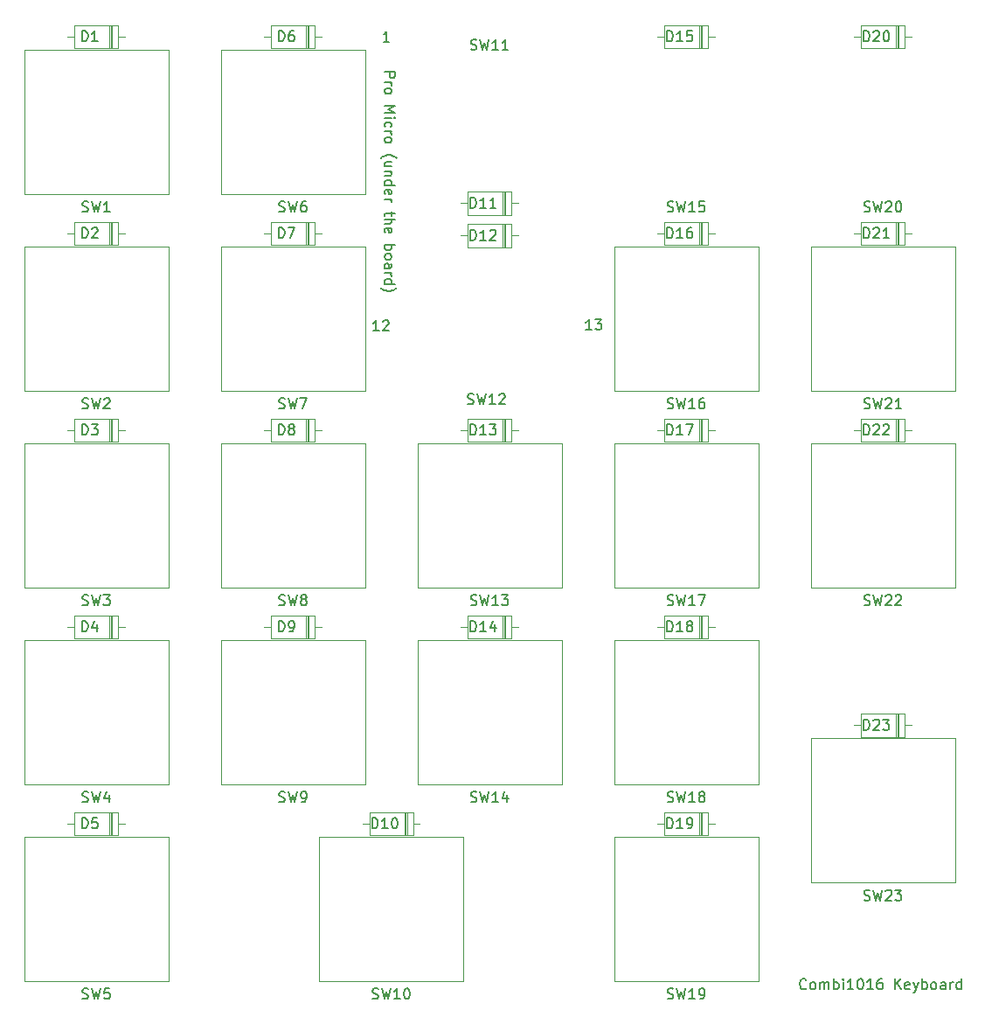
<source format=gto>
%TF.GenerationSoftware,KiCad,Pcbnew,(6.0.4-0)*%
%TF.CreationDate,2022-04-04T05:09:50+09:00*%
%TF.ProjectId,mytenkey,6d797465-6e6b-4657-992e-6b696361645f,rev?*%
%TF.SameCoordinates,Original*%
%TF.FileFunction,Legend,Top*%
%TF.FilePolarity,Positive*%
%FSLAX46Y46*%
G04 Gerber Fmt 4.6, Leading zero omitted, Abs format (unit mm)*
G04 Created by KiCad (PCBNEW (6.0.4-0)) date 2022-04-04 05:09:50*
%MOMM*%
%LPD*%
G01*
G04 APERTURE LIST*
%ADD10C,0.150000*%
%ADD11C,0.120000*%
G04 APERTURE END LIST*
D10*
X119309523Y-76652380D02*
X118738095Y-76652380D01*
X119023809Y-76652380D02*
X119023809Y-75652380D01*
X118928571Y-75795238D01*
X118833333Y-75890476D01*
X118738095Y-75938095D01*
X119690476Y-75747619D02*
X119738095Y-75700000D01*
X119833333Y-75652380D01*
X120071428Y-75652380D01*
X120166666Y-75700000D01*
X120214285Y-75747619D01*
X120261904Y-75842857D01*
X120261904Y-75938095D01*
X120214285Y-76080952D01*
X119642857Y-76652380D01*
X120261904Y-76652380D01*
X119847619Y-51604761D02*
X120847619Y-51604761D01*
X120847619Y-51985714D01*
X120800000Y-52080952D01*
X120752380Y-52128571D01*
X120657142Y-52176190D01*
X120514285Y-52176190D01*
X120419047Y-52128571D01*
X120371428Y-52080952D01*
X120323809Y-51985714D01*
X120323809Y-51604761D01*
X119847619Y-52604761D02*
X120514285Y-52604761D01*
X120323809Y-52604761D02*
X120419047Y-52652380D01*
X120466666Y-52699999D01*
X120514285Y-52795238D01*
X120514285Y-52890476D01*
X119847619Y-53366666D02*
X119895238Y-53271428D01*
X119942857Y-53223809D01*
X120038095Y-53176190D01*
X120323809Y-53176190D01*
X120419047Y-53223809D01*
X120466666Y-53271428D01*
X120514285Y-53366666D01*
X120514285Y-53509523D01*
X120466666Y-53604761D01*
X120419047Y-53652380D01*
X120323809Y-53699999D01*
X120038095Y-53699999D01*
X119942857Y-53652380D01*
X119895238Y-53604761D01*
X119847619Y-53509523D01*
X119847619Y-53366666D01*
X119847619Y-54890476D02*
X120847619Y-54890476D01*
X120133333Y-55223809D01*
X120847619Y-55557142D01*
X119847619Y-55557142D01*
X119847619Y-56033333D02*
X120514285Y-56033333D01*
X120847619Y-56033333D02*
X120800000Y-55985714D01*
X120752380Y-56033333D01*
X120800000Y-56080952D01*
X120847619Y-56033333D01*
X120752380Y-56033333D01*
X119895238Y-56938095D02*
X119847619Y-56842857D01*
X119847619Y-56652380D01*
X119895238Y-56557142D01*
X119942857Y-56509523D01*
X120038095Y-56461904D01*
X120323809Y-56461904D01*
X120419047Y-56509523D01*
X120466666Y-56557142D01*
X120514285Y-56652380D01*
X120514285Y-56842857D01*
X120466666Y-56938095D01*
X119847619Y-57366666D02*
X120514285Y-57366666D01*
X120323809Y-57366666D02*
X120419047Y-57414285D01*
X120466666Y-57461904D01*
X120514285Y-57557142D01*
X120514285Y-57652380D01*
X119847619Y-58128571D02*
X119895238Y-58033333D01*
X119942857Y-57985714D01*
X120038095Y-57938095D01*
X120323809Y-57938095D01*
X120419047Y-57985714D01*
X120466666Y-58033333D01*
X120514285Y-58128571D01*
X120514285Y-58271428D01*
X120466666Y-58366666D01*
X120419047Y-58414285D01*
X120323809Y-58461904D01*
X120038095Y-58461904D01*
X119942857Y-58414285D01*
X119895238Y-58366666D01*
X119847619Y-58271428D01*
X119847619Y-58128571D01*
X119466666Y-59938095D02*
X119514285Y-59890476D01*
X119657142Y-59795238D01*
X119752380Y-59747619D01*
X119895238Y-59699999D01*
X120133333Y-59652380D01*
X120323809Y-59652380D01*
X120561904Y-59699999D01*
X120704761Y-59747619D01*
X120800000Y-59795238D01*
X120942857Y-59890476D01*
X120990476Y-59938095D01*
X120514285Y-60747619D02*
X119847619Y-60747619D01*
X120514285Y-60319047D02*
X119990476Y-60319047D01*
X119895238Y-60366666D01*
X119847619Y-60461904D01*
X119847619Y-60604761D01*
X119895238Y-60699999D01*
X119942857Y-60747619D01*
X120514285Y-61223809D02*
X119847619Y-61223809D01*
X120419047Y-61223809D02*
X120466666Y-61271428D01*
X120514285Y-61366666D01*
X120514285Y-61509523D01*
X120466666Y-61604761D01*
X120371428Y-61652380D01*
X119847619Y-61652380D01*
X119847619Y-62557142D02*
X120847619Y-62557142D01*
X119895238Y-62557142D02*
X119847619Y-62461904D01*
X119847619Y-62271428D01*
X119895238Y-62176190D01*
X119942857Y-62128571D01*
X120038095Y-62080952D01*
X120323809Y-62080952D01*
X120419047Y-62128571D01*
X120466666Y-62176190D01*
X120514285Y-62271428D01*
X120514285Y-62461904D01*
X120466666Y-62557142D01*
X119895238Y-63414285D02*
X119847619Y-63319047D01*
X119847619Y-63128571D01*
X119895238Y-63033333D01*
X119990476Y-62985714D01*
X120371428Y-62985714D01*
X120466666Y-63033333D01*
X120514285Y-63128571D01*
X120514285Y-63319047D01*
X120466666Y-63414285D01*
X120371428Y-63461904D01*
X120276190Y-63461904D01*
X120180952Y-62985714D01*
X119847619Y-63890476D02*
X120514285Y-63890476D01*
X120323809Y-63890476D02*
X120419047Y-63938095D01*
X120466666Y-63985714D01*
X120514285Y-64080952D01*
X120514285Y-64176190D01*
X120514285Y-65128571D02*
X120514285Y-65509523D01*
X120847619Y-65271428D02*
X119990476Y-65271428D01*
X119895238Y-65319047D01*
X119847619Y-65414285D01*
X119847619Y-65509523D01*
X119847619Y-65842857D02*
X120847619Y-65842857D01*
X119847619Y-66271428D02*
X120371428Y-66271428D01*
X120466666Y-66223809D01*
X120514285Y-66128571D01*
X120514285Y-65985714D01*
X120466666Y-65890476D01*
X120419047Y-65842857D01*
X119895238Y-67128571D02*
X119847619Y-67033333D01*
X119847619Y-66842857D01*
X119895238Y-66747619D01*
X119990476Y-66699999D01*
X120371428Y-66699999D01*
X120466666Y-66747619D01*
X120514285Y-66842857D01*
X120514285Y-67033333D01*
X120466666Y-67128571D01*
X120371428Y-67176190D01*
X120276190Y-67176190D01*
X120180952Y-66699999D01*
X119847619Y-68366666D02*
X120847619Y-68366666D01*
X120466666Y-68366666D02*
X120514285Y-68461904D01*
X120514285Y-68652380D01*
X120466666Y-68747619D01*
X120419047Y-68795238D01*
X120323809Y-68842857D01*
X120038095Y-68842857D01*
X119942857Y-68795238D01*
X119895238Y-68747619D01*
X119847619Y-68652380D01*
X119847619Y-68461904D01*
X119895238Y-68366666D01*
X119847619Y-69414285D02*
X119895238Y-69319047D01*
X119942857Y-69271428D01*
X120038095Y-69223809D01*
X120323809Y-69223809D01*
X120419047Y-69271428D01*
X120466666Y-69319047D01*
X120514285Y-69414285D01*
X120514285Y-69557142D01*
X120466666Y-69652380D01*
X120419047Y-69699999D01*
X120323809Y-69747619D01*
X120038095Y-69747619D01*
X119942857Y-69699999D01*
X119895238Y-69652380D01*
X119847619Y-69557142D01*
X119847619Y-69414285D01*
X119847619Y-70604761D02*
X120371428Y-70604761D01*
X120466666Y-70557142D01*
X120514285Y-70461904D01*
X120514285Y-70271428D01*
X120466666Y-70176190D01*
X119895238Y-70604761D02*
X119847619Y-70509523D01*
X119847619Y-70271428D01*
X119895238Y-70176190D01*
X119990476Y-70128571D01*
X120085714Y-70128571D01*
X120180952Y-70176190D01*
X120228571Y-70271428D01*
X120228571Y-70509523D01*
X120276190Y-70604761D01*
X119847619Y-71080952D02*
X120514285Y-71080952D01*
X120323809Y-71080952D02*
X120419047Y-71128571D01*
X120466666Y-71176190D01*
X120514285Y-71271428D01*
X120514285Y-71366666D01*
X119847619Y-72128571D02*
X120847619Y-72128571D01*
X119895238Y-72128571D02*
X119847619Y-72033333D01*
X119847619Y-71842857D01*
X119895238Y-71747619D01*
X119942857Y-71699999D01*
X120038095Y-71652380D01*
X120323809Y-71652380D01*
X120419047Y-71699999D01*
X120466666Y-71747619D01*
X120514285Y-71842857D01*
X120514285Y-72033333D01*
X120466666Y-72128571D01*
X119466666Y-72509523D02*
X119514285Y-72557142D01*
X119657142Y-72652380D01*
X119752380Y-72699999D01*
X119895238Y-72747619D01*
X120133333Y-72795238D01*
X120323809Y-72795238D01*
X120561904Y-72747619D01*
X120704761Y-72699999D01*
X120800000Y-72652380D01*
X120942857Y-72557142D01*
X120990476Y-72509523D01*
X120285714Y-48652380D02*
X119714285Y-48652380D01*
X120000000Y-48652380D02*
X120000000Y-47652380D01*
X119904761Y-47795238D01*
X119809523Y-47890476D01*
X119714285Y-47938095D01*
X127890476Y-83716761D02*
X128033333Y-83764380D01*
X128271428Y-83764380D01*
X128366666Y-83716761D01*
X128414285Y-83669142D01*
X128461904Y-83573904D01*
X128461904Y-83478666D01*
X128414285Y-83383428D01*
X128366666Y-83335809D01*
X128271428Y-83288190D01*
X128080952Y-83240571D01*
X127985714Y-83192952D01*
X127938095Y-83145333D01*
X127890476Y-83050095D01*
X127890476Y-82954857D01*
X127938095Y-82859619D01*
X127985714Y-82812000D01*
X128080952Y-82764380D01*
X128319047Y-82764380D01*
X128461904Y-82812000D01*
X128795238Y-82764380D02*
X129033333Y-83764380D01*
X129223809Y-83050095D01*
X129414285Y-83764380D01*
X129652380Y-82764380D01*
X130557142Y-83764380D02*
X129985714Y-83764380D01*
X130271428Y-83764380D02*
X130271428Y-82764380D01*
X130176190Y-82907238D01*
X130080952Y-83002476D01*
X129985714Y-83050095D01*
X130938095Y-82859619D02*
X130985714Y-82812000D01*
X131080952Y-82764380D01*
X131319047Y-82764380D01*
X131414285Y-82812000D01*
X131461904Y-82859619D01*
X131509523Y-82954857D01*
X131509523Y-83050095D01*
X131461904Y-83192952D01*
X130890476Y-83764380D01*
X131509523Y-83764380D01*
X139909523Y-76552380D02*
X139338095Y-76552380D01*
X139623809Y-76552380D02*
X139623809Y-75552380D01*
X139528571Y-75695238D01*
X139433333Y-75790476D01*
X139338095Y-75838095D01*
X140242857Y-75552380D02*
X140861904Y-75552380D01*
X140528571Y-75933333D01*
X140671428Y-75933333D01*
X140766666Y-75980952D01*
X140814285Y-76028571D01*
X140861904Y-76123809D01*
X140861904Y-76361904D01*
X140814285Y-76457142D01*
X140766666Y-76504761D01*
X140671428Y-76552380D01*
X140385714Y-76552380D01*
X140290476Y-76504761D01*
X140242857Y-76457142D01*
X160679714Y-140311142D02*
X160632095Y-140358761D01*
X160489238Y-140406380D01*
X160394000Y-140406380D01*
X160251142Y-140358761D01*
X160155904Y-140263523D01*
X160108285Y-140168285D01*
X160060666Y-139977809D01*
X160060666Y-139834952D01*
X160108285Y-139644476D01*
X160155904Y-139549238D01*
X160251142Y-139454000D01*
X160394000Y-139406380D01*
X160489238Y-139406380D01*
X160632095Y-139454000D01*
X160679714Y-139501619D01*
X161251142Y-140406380D02*
X161155904Y-140358761D01*
X161108285Y-140311142D01*
X161060666Y-140215904D01*
X161060666Y-139930190D01*
X161108285Y-139834952D01*
X161155904Y-139787333D01*
X161251142Y-139739714D01*
X161394000Y-139739714D01*
X161489238Y-139787333D01*
X161536857Y-139834952D01*
X161584476Y-139930190D01*
X161584476Y-140215904D01*
X161536857Y-140311142D01*
X161489238Y-140358761D01*
X161394000Y-140406380D01*
X161251142Y-140406380D01*
X162013047Y-140406380D02*
X162013047Y-139739714D01*
X162013047Y-139834952D02*
X162060666Y-139787333D01*
X162155904Y-139739714D01*
X162298761Y-139739714D01*
X162394000Y-139787333D01*
X162441619Y-139882571D01*
X162441619Y-140406380D01*
X162441619Y-139882571D02*
X162489238Y-139787333D01*
X162584476Y-139739714D01*
X162727333Y-139739714D01*
X162822571Y-139787333D01*
X162870190Y-139882571D01*
X162870190Y-140406380D01*
X163346380Y-140406380D02*
X163346380Y-139406380D01*
X163346380Y-139787333D02*
X163441619Y-139739714D01*
X163632095Y-139739714D01*
X163727333Y-139787333D01*
X163774952Y-139834952D01*
X163822571Y-139930190D01*
X163822571Y-140215904D01*
X163774952Y-140311142D01*
X163727333Y-140358761D01*
X163632095Y-140406380D01*
X163441619Y-140406380D01*
X163346380Y-140358761D01*
X164251142Y-140406380D02*
X164251142Y-139739714D01*
X164251142Y-139406380D02*
X164203523Y-139454000D01*
X164251142Y-139501619D01*
X164298761Y-139454000D01*
X164251142Y-139406380D01*
X164251142Y-139501619D01*
X165251142Y-140406380D02*
X164679714Y-140406380D01*
X164965428Y-140406380D02*
X164965428Y-139406380D01*
X164870190Y-139549238D01*
X164774952Y-139644476D01*
X164679714Y-139692095D01*
X165870190Y-139406380D02*
X165965428Y-139406380D01*
X166060666Y-139454000D01*
X166108285Y-139501619D01*
X166155904Y-139596857D01*
X166203523Y-139787333D01*
X166203523Y-140025428D01*
X166155904Y-140215904D01*
X166108285Y-140311142D01*
X166060666Y-140358761D01*
X165965428Y-140406380D01*
X165870190Y-140406380D01*
X165774952Y-140358761D01*
X165727333Y-140311142D01*
X165679714Y-140215904D01*
X165632095Y-140025428D01*
X165632095Y-139787333D01*
X165679714Y-139596857D01*
X165727333Y-139501619D01*
X165774952Y-139454000D01*
X165870190Y-139406380D01*
X167155904Y-140406380D02*
X166584476Y-140406380D01*
X166870190Y-140406380D02*
X166870190Y-139406380D01*
X166774952Y-139549238D01*
X166679714Y-139644476D01*
X166584476Y-139692095D01*
X168013047Y-139406380D02*
X167822571Y-139406380D01*
X167727333Y-139454000D01*
X167679714Y-139501619D01*
X167584476Y-139644476D01*
X167536857Y-139834952D01*
X167536857Y-140215904D01*
X167584476Y-140311142D01*
X167632095Y-140358761D01*
X167727333Y-140406380D01*
X167917809Y-140406380D01*
X168013047Y-140358761D01*
X168060666Y-140311142D01*
X168108285Y-140215904D01*
X168108285Y-139977809D01*
X168060666Y-139882571D01*
X168013047Y-139834952D01*
X167917809Y-139787333D01*
X167727333Y-139787333D01*
X167632095Y-139834952D01*
X167584476Y-139882571D01*
X167536857Y-139977809D01*
X169298761Y-140406380D02*
X169298761Y-139406380D01*
X169870190Y-140406380D02*
X169441619Y-139834952D01*
X169870190Y-139406380D02*
X169298761Y-139977809D01*
X170679714Y-140358761D02*
X170584476Y-140406380D01*
X170394000Y-140406380D01*
X170298761Y-140358761D01*
X170251142Y-140263523D01*
X170251142Y-139882571D01*
X170298761Y-139787333D01*
X170394000Y-139739714D01*
X170584476Y-139739714D01*
X170679714Y-139787333D01*
X170727333Y-139882571D01*
X170727333Y-139977809D01*
X170251142Y-140073047D01*
X171060666Y-139739714D02*
X171298761Y-140406380D01*
X171536857Y-139739714D02*
X171298761Y-140406380D01*
X171203523Y-140644476D01*
X171155904Y-140692095D01*
X171060666Y-140739714D01*
X171917809Y-140406380D02*
X171917809Y-139406380D01*
X171917809Y-139787333D02*
X172013047Y-139739714D01*
X172203523Y-139739714D01*
X172298761Y-139787333D01*
X172346380Y-139834952D01*
X172394000Y-139930190D01*
X172394000Y-140215904D01*
X172346380Y-140311142D01*
X172298761Y-140358761D01*
X172203523Y-140406380D01*
X172013047Y-140406380D01*
X171917809Y-140358761D01*
X172965428Y-140406380D02*
X172870190Y-140358761D01*
X172822571Y-140311142D01*
X172774952Y-140215904D01*
X172774952Y-139930190D01*
X172822571Y-139834952D01*
X172870190Y-139787333D01*
X172965428Y-139739714D01*
X173108285Y-139739714D01*
X173203523Y-139787333D01*
X173251142Y-139834952D01*
X173298761Y-139930190D01*
X173298761Y-140215904D01*
X173251142Y-140311142D01*
X173203523Y-140358761D01*
X173108285Y-140406380D01*
X172965428Y-140406380D01*
X174155904Y-140406380D02*
X174155904Y-139882571D01*
X174108285Y-139787333D01*
X174013047Y-139739714D01*
X173822571Y-139739714D01*
X173727333Y-139787333D01*
X174155904Y-140358761D02*
X174060666Y-140406380D01*
X173822571Y-140406380D01*
X173727333Y-140358761D01*
X173679714Y-140263523D01*
X173679714Y-140168285D01*
X173727333Y-140073047D01*
X173822571Y-140025428D01*
X174060666Y-140025428D01*
X174155904Y-139977809D01*
X174632095Y-140406380D02*
X174632095Y-139739714D01*
X174632095Y-139930190D02*
X174679714Y-139834952D01*
X174727333Y-139787333D01*
X174822571Y-139739714D01*
X174917809Y-139739714D01*
X175679714Y-140406380D02*
X175679714Y-139406380D01*
X175679714Y-140358761D02*
X175584476Y-140406380D01*
X175394000Y-140406380D01*
X175298761Y-140358761D01*
X175251142Y-140311142D01*
X175203523Y-140215904D01*
X175203523Y-139930190D01*
X175251142Y-139834952D01*
X175298761Y-139787333D01*
X175394000Y-139739714D01*
X175584476Y-139739714D01*
X175679714Y-139787333D01*
%TO.C,D23*%
X166250714Y-115302380D02*
X166250714Y-114302380D01*
X166488809Y-114302380D01*
X166631666Y-114350000D01*
X166726904Y-114445238D01*
X166774523Y-114540476D01*
X166822142Y-114730952D01*
X166822142Y-114873809D01*
X166774523Y-115064285D01*
X166726904Y-115159523D01*
X166631666Y-115254761D01*
X166488809Y-115302380D01*
X166250714Y-115302380D01*
X167203095Y-114397619D02*
X167250714Y-114350000D01*
X167345952Y-114302380D01*
X167584047Y-114302380D01*
X167679285Y-114350000D01*
X167726904Y-114397619D01*
X167774523Y-114492857D01*
X167774523Y-114588095D01*
X167726904Y-114730952D01*
X167155476Y-115302380D01*
X167774523Y-115302380D01*
X168107857Y-114302380D02*
X168726904Y-114302380D01*
X168393571Y-114683333D01*
X168536428Y-114683333D01*
X168631666Y-114730952D01*
X168679285Y-114778571D01*
X168726904Y-114873809D01*
X168726904Y-115111904D01*
X168679285Y-115207142D01*
X168631666Y-115254761D01*
X168536428Y-115302380D01*
X168250714Y-115302380D01*
X168155476Y-115254761D01*
X168107857Y-115207142D01*
%TO.C,SW22*%
X166290476Y-103189761D02*
X166433333Y-103237380D01*
X166671428Y-103237380D01*
X166766666Y-103189761D01*
X166814285Y-103142142D01*
X166861904Y-103046904D01*
X166861904Y-102951666D01*
X166814285Y-102856428D01*
X166766666Y-102808809D01*
X166671428Y-102761190D01*
X166480952Y-102713571D01*
X166385714Y-102665952D01*
X166338095Y-102618333D01*
X166290476Y-102523095D01*
X166290476Y-102427857D01*
X166338095Y-102332619D01*
X166385714Y-102285000D01*
X166480952Y-102237380D01*
X166719047Y-102237380D01*
X166861904Y-102285000D01*
X167195238Y-102237380D02*
X167433333Y-103237380D01*
X167623809Y-102523095D01*
X167814285Y-103237380D01*
X168052380Y-102237380D01*
X168385714Y-102332619D02*
X168433333Y-102285000D01*
X168528571Y-102237380D01*
X168766666Y-102237380D01*
X168861904Y-102285000D01*
X168909523Y-102332619D01*
X168957142Y-102427857D01*
X168957142Y-102523095D01*
X168909523Y-102665952D01*
X168338095Y-103237380D01*
X168957142Y-103237380D01*
X169338095Y-102332619D02*
X169385714Y-102285000D01*
X169480952Y-102237380D01*
X169719047Y-102237380D01*
X169814285Y-102285000D01*
X169861904Y-102332619D01*
X169909523Y-102427857D01*
X169909523Y-102523095D01*
X169861904Y-102665952D01*
X169290476Y-103237380D01*
X169909523Y-103237380D01*
%TO.C,SW15*%
X147240476Y-65089761D02*
X147383333Y-65137380D01*
X147621428Y-65137380D01*
X147716666Y-65089761D01*
X147764285Y-65042142D01*
X147811904Y-64946904D01*
X147811904Y-64851666D01*
X147764285Y-64756428D01*
X147716666Y-64708809D01*
X147621428Y-64661190D01*
X147430952Y-64613571D01*
X147335714Y-64565952D01*
X147288095Y-64518333D01*
X147240476Y-64423095D01*
X147240476Y-64327857D01*
X147288095Y-64232619D01*
X147335714Y-64185000D01*
X147430952Y-64137380D01*
X147669047Y-64137380D01*
X147811904Y-64185000D01*
X148145238Y-64137380D02*
X148383333Y-65137380D01*
X148573809Y-64423095D01*
X148764285Y-65137380D01*
X149002380Y-64137380D01*
X149907142Y-65137380D02*
X149335714Y-65137380D01*
X149621428Y-65137380D02*
X149621428Y-64137380D01*
X149526190Y-64280238D01*
X149430952Y-64375476D01*
X149335714Y-64423095D01*
X150811904Y-64137380D02*
X150335714Y-64137380D01*
X150288095Y-64613571D01*
X150335714Y-64565952D01*
X150430952Y-64518333D01*
X150669047Y-64518333D01*
X150764285Y-64565952D01*
X150811904Y-64613571D01*
X150859523Y-64708809D01*
X150859523Y-64946904D01*
X150811904Y-65042142D01*
X150764285Y-65089761D01*
X150669047Y-65137380D01*
X150430952Y-65137380D01*
X150335714Y-65089761D01*
X150288095Y-65042142D01*
%TO.C,SW3*%
X90566666Y-103189761D02*
X90709523Y-103237380D01*
X90947619Y-103237380D01*
X91042857Y-103189761D01*
X91090476Y-103142142D01*
X91138095Y-103046904D01*
X91138095Y-102951666D01*
X91090476Y-102856428D01*
X91042857Y-102808809D01*
X90947619Y-102761190D01*
X90757142Y-102713571D01*
X90661904Y-102665952D01*
X90614285Y-102618333D01*
X90566666Y-102523095D01*
X90566666Y-102427857D01*
X90614285Y-102332619D01*
X90661904Y-102285000D01*
X90757142Y-102237380D01*
X90995238Y-102237380D01*
X91138095Y-102285000D01*
X91471428Y-102237380D02*
X91709523Y-103237380D01*
X91900000Y-102523095D01*
X92090476Y-103237380D01*
X92328571Y-102237380D01*
X92614285Y-102237380D02*
X93233333Y-102237380D01*
X92900000Y-102618333D01*
X93042857Y-102618333D01*
X93138095Y-102665952D01*
X93185714Y-102713571D01*
X93233333Y-102808809D01*
X93233333Y-103046904D01*
X93185714Y-103142142D01*
X93138095Y-103189761D01*
X93042857Y-103237380D01*
X92757142Y-103237380D01*
X92661904Y-103189761D01*
X92614285Y-103142142D01*
%TO.C,D1*%
X90526904Y-48627380D02*
X90526904Y-47627380D01*
X90765000Y-47627380D01*
X90907857Y-47675000D01*
X91003095Y-47770238D01*
X91050714Y-47865476D01*
X91098333Y-48055952D01*
X91098333Y-48198809D01*
X91050714Y-48389285D01*
X91003095Y-48484523D01*
X90907857Y-48579761D01*
X90765000Y-48627380D01*
X90526904Y-48627380D01*
X92050714Y-48627380D02*
X91479285Y-48627380D01*
X91765000Y-48627380D02*
X91765000Y-47627380D01*
X91669761Y-47770238D01*
X91574523Y-47865476D01*
X91479285Y-47913095D01*
%TO.C,D8*%
X109576904Y-86727380D02*
X109576904Y-85727380D01*
X109815000Y-85727380D01*
X109957857Y-85775000D01*
X110053095Y-85870238D01*
X110100714Y-85965476D01*
X110148333Y-86155952D01*
X110148333Y-86298809D01*
X110100714Y-86489285D01*
X110053095Y-86584523D01*
X109957857Y-86679761D01*
X109815000Y-86727380D01*
X109576904Y-86727380D01*
X110719761Y-86155952D02*
X110624523Y-86108333D01*
X110576904Y-86060714D01*
X110529285Y-85965476D01*
X110529285Y-85917857D01*
X110576904Y-85822619D01*
X110624523Y-85775000D01*
X110719761Y-85727380D01*
X110910238Y-85727380D01*
X111005476Y-85775000D01*
X111053095Y-85822619D01*
X111100714Y-85917857D01*
X111100714Y-85965476D01*
X111053095Y-86060714D01*
X111005476Y-86108333D01*
X110910238Y-86155952D01*
X110719761Y-86155952D01*
X110624523Y-86203571D01*
X110576904Y-86251190D01*
X110529285Y-86346428D01*
X110529285Y-86536904D01*
X110576904Y-86632142D01*
X110624523Y-86679761D01*
X110719761Y-86727380D01*
X110910238Y-86727380D01*
X111005476Y-86679761D01*
X111053095Y-86632142D01*
X111100714Y-86536904D01*
X111100714Y-86346428D01*
X111053095Y-86251190D01*
X111005476Y-86203571D01*
X110910238Y-86155952D01*
%TO.C,D4*%
X90526904Y-105777380D02*
X90526904Y-104777380D01*
X90765000Y-104777380D01*
X90907857Y-104825000D01*
X91003095Y-104920238D01*
X91050714Y-105015476D01*
X91098333Y-105205952D01*
X91098333Y-105348809D01*
X91050714Y-105539285D01*
X91003095Y-105634523D01*
X90907857Y-105729761D01*
X90765000Y-105777380D01*
X90526904Y-105777380D01*
X91955476Y-105110714D02*
X91955476Y-105777380D01*
X91717380Y-104729761D02*
X91479285Y-105444047D01*
X92098333Y-105444047D01*
%TO.C,*%
%TO.C,D22*%
X166250714Y-86727380D02*
X166250714Y-85727380D01*
X166488809Y-85727380D01*
X166631666Y-85775000D01*
X166726904Y-85870238D01*
X166774523Y-85965476D01*
X166822142Y-86155952D01*
X166822142Y-86298809D01*
X166774523Y-86489285D01*
X166726904Y-86584523D01*
X166631666Y-86679761D01*
X166488809Y-86727380D01*
X166250714Y-86727380D01*
X167203095Y-85822619D02*
X167250714Y-85775000D01*
X167345952Y-85727380D01*
X167584047Y-85727380D01*
X167679285Y-85775000D01*
X167726904Y-85822619D01*
X167774523Y-85917857D01*
X167774523Y-86013095D01*
X167726904Y-86155952D01*
X167155476Y-86727380D01*
X167774523Y-86727380D01*
X168155476Y-85822619D02*
X168203095Y-85775000D01*
X168298333Y-85727380D01*
X168536428Y-85727380D01*
X168631666Y-85775000D01*
X168679285Y-85822619D01*
X168726904Y-85917857D01*
X168726904Y-86013095D01*
X168679285Y-86155952D01*
X168107857Y-86727380D01*
X168726904Y-86727380D01*
%TO.C,SW19*%
X147240476Y-141289761D02*
X147383333Y-141337380D01*
X147621428Y-141337380D01*
X147716666Y-141289761D01*
X147764285Y-141242142D01*
X147811904Y-141146904D01*
X147811904Y-141051666D01*
X147764285Y-140956428D01*
X147716666Y-140908809D01*
X147621428Y-140861190D01*
X147430952Y-140813571D01*
X147335714Y-140765952D01*
X147288095Y-140718333D01*
X147240476Y-140623095D01*
X147240476Y-140527857D01*
X147288095Y-140432619D01*
X147335714Y-140385000D01*
X147430952Y-140337380D01*
X147669047Y-140337380D01*
X147811904Y-140385000D01*
X148145238Y-140337380D02*
X148383333Y-141337380D01*
X148573809Y-140623095D01*
X148764285Y-141337380D01*
X149002380Y-140337380D01*
X149907142Y-141337380D02*
X149335714Y-141337380D01*
X149621428Y-141337380D02*
X149621428Y-140337380D01*
X149526190Y-140480238D01*
X149430952Y-140575476D01*
X149335714Y-140623095D01*
X150383333Y-141337380D02*
X150573809Y-141337380D01*
X150669047Y-141289761D01*
X150716666Y-141242142D01*
X150811904Y-141099285D01*
X150859523Y-140908809D01*
X150859523Y-140527857D01*
X150811904Y-140432619D01*
X150764285Y-140385000D01*
X150669047Y-140337380D01*
X150478571Y-140337380D01*
X150383333Y-140385000D01*
X150335714Y-140432619D01*
X150288095Y-140527857D01*
X150288095Y-140765952D01*
X150335714Y-140861190D01*
X150383333Y-140908809D01*
X150478571Y-140956428D01*
X150669047Y-140956428D01*
X150764285Y-140908809D01*
X150811904Y-140861190D01*
X150859523Y-140765952D01*
%TO.C,D10*%
X118625714Y-124827380D02*
X118625714Y-123827380D01*
X118863809Y-123827380D01*
X119006666Y-123875000D01*
X119101904Y-123970238D01*
X119149523Y-124065476D01*
X119197142Y-124255952D01*
X119197142Y-124398809D01*
X119149523Y-124589285D01*
X119101904Y-124684523D01*
X119006666Y-124779761D01*
X118863809Y-124827380D01*
X118625714Y-124827380D01*
X120149523Y-124827380D02*
X119578095Y-124827380D01*
X119863809Y-124827380D02*
X119863809Y-123827380D01*
X119768571Y-123970238D01*
X119673333Y-124065476D01*
X119578095Y-124113095D01*
X120768571Y-123827380D02*
X120863809Y-123827380D01*
X120959047Y-123875000D01*
X121006666Y-123922619D01*
X121054285Y-124017857D01*
X121101904Y-124208333D01*
X121101904Y-124446428D01*
X121054285Y-124636904D01*
X121006666Y-124732142D01*
X120959047Y-124779761D01*
X120863809Y-124827380D01*
X120768571Y-124827380D01*
X120673333Y-124779761D01*
X120625714Y-124732142D01*
X120578095Y-124636904D01*
X120530476Y-124446428D01*
X120530476Y-124208333D01*
X120578095Y-124017857D01*
X120625714Y-123922619D01*
X120673333Y-123875000D01*
X120768571Y-123827380D01*
%TO.C,D20*%
X166250714Y-48627380D02*
X166250714Y-47627380D01*
X166488809Y-47627380D01*
X166631666Y-47675000D01*
X166726904Y-47770238D01*
X166774523Y-47865476D01*
X166822142Y-48055952D01*
X166822142Y-48198809D01*
X166774523Y-48389285D01*
X166726904Y-48484523D01*
X166631666Y-48579761D01*
X166488809Y-48627380D01*
X166250714Y-48627380D01*
X167203095Y-47722619D02*
X167250714Y-47675000D01*
X167345952Y-47627380D01*
X167584047Y-47627380D01*
X167679285Y-47675000D01*
X167726904Y-47722619D01*
X167774523Y-47817857D01*
X167774523Y-47913095D01*
X167726904Y-48055952D01*
X167155476Y-48627380D01*
X167774523Y-48627380D01*
X168393571Y-47627380D02*
X168488809Y-47627380D01*
X168584047Y-47675000D01*
X168631666Y-47722619D01*
X168679285Y-47817857D01*
X168726904Y-48008333D01*
X168726904Y-48246428D01*
X168679285Y-48436904D01*
X168631666Y-48532142D01*
X168584047Y-48579761D01*
X168488809Y-48627380D01*
X168393571Y-48627380D01*
X168298333Y-48579761D01*
X168250714Y-48532142D01*
X168203095Y-48436904D01*
X168155476Y-48246428D01*
X168155476Y-48008333D01*
X168203095Y-47817857D01*
X168250714Y-47722619D01*
X168298333Y-47675000D01*
X168393571Y-47627380D01*
%TO.C,*%
%TO.C,D5*%
X90526904Y-124827380D02*
X90526904Y-123827380D01*
X90765000Y-123827380D01*
X90907857Y-123875000D01*
X91003095Y-123970238D01*
X91050714Y-124065476D01*
X91098333Y-124255952D01*
X91098333Y-124398809D01*
X91050714Y-124589285D01*
X91003095Y-124684523D01*
X90907857Y-124779761D01*
X90765000Y-124827380D01*
X90526904Y-124827380D01*
X92003095Y-123827380D02*
X91526904Y-123827380D01*
X91479285Y-124303571D01*
X91526904Y-124255952D01*
X91622142Y-124208333D01*
X91860238Y-124208333D01*
X91955476Y-124255952D01*
X92003095Y-124303571D01*
X92050714Y-124398809D01*
X92050714Y-124636904D01*
X92003095Y-124732142D01*
X91955476Y-124779761D01*
X91860238Y-124827380D01*
X91622142Y-124827380D01*
X91526904Y-124779761D01*
X91479285Y-124732142D01*
%TO.C,D13*%
X128150714Y-86727380D02*
X128150714Y-85727380D01*
X128388809Y-85727380D01*
X128531666Y-85775000D01*
X128626904Y-85870238D01*
X128674523Y-85965476D01*
X128722142Y-86155952D01*
X128722142Y-86298809D01*
X128674523Y-86489285D01*
X128626904Y-86584523D01*
X128531666Y-86679761D01*
X128388809Y-86727380D01*
X128150714Y-86727380D01*
X129674523Y-86727380D02*
X129103095Y-86727380D01*
X129388809Y-86727380D02*
X129388809Y-85727380D01*
X129293571Y-85870238D01*
X129198333Y-85965476D01*
X129103095Y-86013095D01*
X130007857Y-85727380D02*
X130626904Y-85727380D01*
X130293571Y-86108333D01*
X130436428Y-86108333D01*
X130531666Y-86155952D01*
X130579285Y-86203571D01*
X130626904Y-86298809D01*
X130626904Y-86536904D01*
X130579285Y-86632142D01*
X130531666Y-86679761D01*
X130436428Y-86727380D01*
X130150714Y-86727380D01*
X130055476Y-86679761D01*
X130007857Y-86632142D01*
%TO.C,SW7*%
X109616666Y-84139761D02*
X109759523Y-84187380D01*
X109997619Y-84187380D01*
X110092857Y-84139761D01*
X110140476Y-84092142D01*
X110188095Y-83996904D01*
X110188095Y-83901666D01*
X110140476Y-83806428D01*
X110092857Y-83758809D01*
X109997619Y-83711190D01*
X109807142Y-83663571D01*
X109711904Y-83615952D01*
X109664285Y-83568333D01*
X109616666Y-83473095D01*
X109616666Y-83377857D01*
X109664285Y-83282619D01*
X109711904Y-83235000D01*
X109807142Y-83187380D01*
X110045238Y-83187380D01*
X110188095Y-83235000D01*
X110521428Y-83187380D02*
X110759523Y-84187380D01*
X110950000Y-83473095D01*
X111140476Y-84187380D01*
X111378571Y-83187380D01*
X111664285Y-83187380D02*
X112330952Y-83187380D01*
X111902380Y-84187380D01*
%TO.C,D16*%
X147200714Y-67677380D02*
X147200714Y-66677380D01*
X147438809Y-66677380D01*
X147581666Y-66725000D01*
X147676904Y-66820238D01*
X147724523Y-66915476D01*
X147772142Y-67105952D01*
X147772142Y-67248809D01*
X147724523Y-67439285D01*
X147676904Y-67534523D01*
X147581666Y-67629761D01*
X147438809Y-67677380D01*
X147200714Y-67677380D01*
X148724523Y-67677380D02*
X148153095Y-67677380D01*
X148438809Y-67677380D02*
X148438809Y-66677380D01*
X148343571Y-66820238D01*
X148248333Y-66915476D01*
X148153095Y-66963095D01*
X149581666Y-66677380D02*
X149391190Y-66677380D01*
X149295952Y-66725000D01*
X149248333Y-66772619D01*
X149153095Y-66915476D01*
X149105476Y-67105952D01*
X149105476Y-67486904D01*
X149153095Y-67582142D01*
X149200714Y-67629761D01*
X149295952Y-67677380D01*
X149486428Y-67677380D01*
X149581666Y-67629761D01*
X149629285Y-67582142D01*
X149676904Y-67486904D01*
X149676904Y-67248809D01*
X149629285Y-67153571D01*
X149581666Y-67105952D01*
X149486428Y-67058333D01*
X149295952Y-67058333D01*
X149200714Y-67105952D01*
X149153095Y-67153571D01*
X149105476Y-67248809D01*
%TO.C,SW18*%
X147240476Y-122239761D02*
X147383333Y-122287380D01*
X147621428Y-122287380D01*
X147716666Y-122239761D01*
X147764285Y-122192142D01*
X147811904Y-122096904D01*
X147811904Y-122001666D01*
X147764285Y-121906428D01*
X147716666Y-121858809D01*
X147621428Y-121811190D01*
X147430952Y-121763571D01*
X147335714Y-121715952D01*
X147288095Y-121668333D01*
X147240476Y-121573095D01*
X147240476Y-121477857D01*
X147288095Y-121382619D01*
X147335714Y-121335000D01*
X147430952Y-121287380D01*
X147669047Y-121287380D01*
X147811904Y-121335000D01*
X148145238Y-121287380D02*
X148383333Y-122287380D01*
X148573809Y-121573095D01*
X148764285Y-122287380D01*
X149002380Y-121287380D01*
X149907142Y-122287380D02*
X149335714Y-122287380D01*
X149621428Y-122287380D02*
X149621428Y-121287380D01*
X149526190Y-121430238D01*
X149430952Y-121525476D01*
X149335714Y-121573095D01*
X150478571Y-121715952D02*
X150383333Y-121668333D01*
X150335714Y-121620714D01*
X150288095Y-121525476D01*
X150288095Y-121477857D01*
X150335714Y-121382619D01*
X150383333Y-121335000D01*
X150478571Y-121287380D01*
X150669047Y-121287380D01*
X150764285Y-121335000D01*
X150811904Y-121382619D01*
X150859523Y-121477857D01*
X150859523Y-121525476D01*
X150811904Y-121620714D01*
X150764285Y-121668333D01*
X150669047Y-121715952D01*
X150478571Y-121715952D01*
X150383333Y-121763571D01*
X150335714Y-121811190D01*
X150288095Y-121906428D01*
X150288095Y-122096904D01*
X150335714Y-122192142D01*
X150383333Y-122239761D01*
X150478571Y-122287380D01*
X150669047Y-122287380D01*
X150764285Y-122239761D01*
X150811904Y-122192142D01*
X150859523Y-122096904D01*
X150859523Y-121906428D01*
X150811904Y-121811190D01*
X150764285Y-121763571D01*
X150669047Y-121715952D01*
%TO.C,SW5*%
X90566666Y-141289761D02*
X90709523Y-141337380D01*
X90947619Y-141337380D01*
X91042857Y-141289761D01*
X91090476Y-141242142D01*
X91138095Y-141146904D01*
X91138095Y-141051666D01*
X91090476Y-140956428D01*
X91042857Y-140908809D01*
X90947619Y-140861190D01*
X90757142Y-140813571D01*
X90661904Y-140765952D01*
X90614285Y-140718333D01*
X90566666Y-140623095D01*
X90566666Y-140527857D01*
X90614285Y-140432619D01*
X90661904Y-140385000D01*
X90757142Y-140337380D01*
X90995238Y-140337380D01*
X91138095Y-140385000D01*
X91471428Y-140337380D02*
X91709523Y-141337380D01*
X91900000Y-140623095D01*
X92090476Y-141337380D01*
X92328571Y-140337380D01*
X93185714Y-140337380D02*
X92709523Y-140337380D01*
X92661904Y-140813571D01*
X92709523Y-140765952D01*
X92804761Y-140718333D01*
X93042857Y-140718333D01*
X93138095Y-140765952D01*
X93185714Y-140813571D01*
X93233333Y-140908809D01*
X93233333Y-141146904D01*
X93185714Y-141242142D01*
X93138095Y-141289761D01*
X93042857Y-141337380D01*
X92804761Y-141337380D01*
X92709523Y-141289761D01*
X92661904Y-141242142D01*
%TO.C,D7*%
X109576904Y-67677380D02*
X109576904Y-66677380D01*
X109815000Y-66677380D01*
X109957857Y-66725000D01*
X110053095Y-66820238D01*
X110100714Y-66915476D01*
X110148333Y-67105952D01*
X110148333Y-67248809D01*
X110100714Y-67439285D01*
X110053095Y-67534523D01*
X109957857Y-67629761D01*
X109815000Y-67677380D01*
X109576904Y-67677380D01*
X110481666Y-66677380D02*
X111148333Y-66677380D01*
X110719761Y-67677380D01*
%TO.C,D21*%
X166250714Y-67677380D02*
X166250714Y-66677380D01*
X166488809Y-66677380D01*
X166631666Y-66725000D01*
X166726904Y-66820238D01*
X166774523Y-66915476D01*
X166822142Y-67105952D01*
X166822142Y-67248809D01*
X166774523Y-67439285D01*
X166726904Y-67534523D01*
X166631666Y-67629761D01*
X166488809Y-67677380D01*
X166250714Y-67677380D01*
X167203095Y-66772619D02*
X167250714Y-66725000D01*
X167345952Y-66677380D01*
X167584047Y-66677380D01*
X167679285Y-66725000D01*
X167726904Y-66772619D01*
X167774523Y-66867857D01*
X167774523Y-66963095D01*
X167726904Y-67105952D01*
X167155476Y-67677380D01*
X167774523Y-67677380D01*
X168726904Y-67677380D02*
X168155476Y-67677380D01*
X168441190Y-67677380D02*
X168441190Y-66677380D01*
X168345952Y-66820238D01*
X168250714Y-66915476D01*
X168155476Y-66963095D01*
%TO.C,*%
%TO.C,SW16*%
X147240476Y-84139761D02*
X147383333Y-84187380D01*
X147621428Y-84187380D01*
X147716666Y-84139761D01*
X147764285Y-84092142D01*
X147811904Y-83996904D01*
X147811904Y-83901666D01*
X147764285Y-83806428D01*
X147716666Y-83758809D01*
X147621428Y-83711190D01*
X147430952Y-83663571D01*
X147335714Y-83615952D01*
X147288095Y-83568333D01*
X147240476Y-83473095D01*
X147240476Y-83377857D01*
X147288095Y-83282619D01*
X147335714Y-83235000D01*
X147430952Y-83187380D01*
X147669047Y-83187380D01*
X147811904Y-83235000D01*
X148145238Y-83187380D02*
X148383333Y-84187380D01*
X148573809Y-83473095D01*
X148764285Y-84187380D01*
X149002380Y-83187380D01*
X149907142Y-84187380D02*
X149335714Y-84187380D01*
X149621428Y-84187380D02*
X149621428Y-83187380D01*
X149526190Y-83330238D01*
X149430952Y-83425476D01*
X149335714Y-83473095D01*
X150764285Y-83187380D02*
X150573809Y-83187380D01*
X150478571Y-83235000D01*
X150430952Y-83282619D01*
X150335714Y-83425476D01*
X150288095Y-83615952D01*
X150288095Y-83996904D01*
X150335714Y-84092142D01*
X150383333Y-84139761D01*
X150478571Y-84187380D01*
X150669047Y-84187380D01*
X150764285Y-84139761D01*
X150811904Y-84092142D01*
X150859523Y-83996904D01*
X150859523Y-83758809D01*
X150811904Y-83663571D01*
X150764285Y-83615952D01*
X150669047Y-83568333D01*
X150478571Y-83568333D01*
X150383333Y-83615952D01*
X150335714Y-83663571D01*
X150288095Y-83758809D01*
%TO.C,SW13*%
X128190476Y-103189761D02*
X128333333Y-103237380D01*
X128571428Y-103237380D01*
X128666666Y-103189761D01*
X128714285Y-103142142D01*
X128761904Y-103046904D01*
X128761904Y-102951666D01*
X128714285Y-102856428D01*
X128666666Y-102808809D01*
X128571428Y-102761190D01*
X128380952Y-102713571D01*
X128285714Y-102665952D01*
X128238095Y-102618333D01*
X128190476Y-102523095D01*
X128190476Y-102427857D01*
X128238095Y-102332619D01*
X128285714Y-102285000D01*
X128380952Y-102237380D01*
X128619047Y-102237380D01*
X128761904Y-102285000D01*
X129095238Y-102237380D02*
X129333333Y-103237380D01*
X129523809Y-102523095D01*
X129714285Y-103237380D01*
X129952380Y-102237380D01*
X130857142Y-103237380D02*
X130285714Y-103237380D01*
X130571428Y-103237380D02*
X130571428Y-102237380D01*
X130476190Y-102380238D01*
X130380952Y-102475476D01*
X130285714Y-102523095D01*
X131190476Y-102237380D02*
X131809523Y-102237380D01*
X131476190Y-102618333D01*
X131619047Y-102618333D01*
X131714285Y-102665952D01*
X131761904Y-102713571D01*
X131809523Y-102808809D01*
X131809523Y-103046904D01*
X131761904Y-103142142D01*
X131714285Y-103189761D01*
X131619047Y-103237380D01*
X131333333Y-103237380D01*
X131238095Y-103189761D01*
X131190476Y-103142142D01*
%TO.C,D11*%
X128150714Y-64752380D02*
X128150714Y-63752380D01*
X128388809Y-63752380D01*
X128531666Y-63800000D01*
X128626904Y-63895238D01*
X128674523Y-63990476D01*
X128722142Y-64180952D01*
X128722142Y-64323809D01*
X128674523Y-64514285D01*
X128626904Y-64609523D01*
X128531666Y-64704761D01*
X128388809Y-64752380D01*
X128150714Y-64752380D01*
X129674523Y-64752380D02*
X129103095Y-64752380D01*
X129388809Y-64752380D02*
X129388809Y-63752380D01*
X129293571Y-63895238D01*
X129198333Y-63990476D01*
X129103095Y-64038095D01*
X130626904Y-64752380D02*
X130055476Y-64752380D01*
X130341190Y-64752380D02*
X130341190Y-63752380D01*
X130245952Y-63895238D01*
X130150714Y-63990476D01*
X130055476Y-64038095D01*
%TO.C,D17*%
X147200714Y-86727380D02*
X147200714Y-85727380D01*
X147438809Y-85727380D01*
X147581666Y-85775000D01*
X147676904Y-85870238D01*
X147724523Y-85965476D01*
X147772142Y-86155952D01*
X147772142Y-86298809D01*
X147724523Y-86489285D01*
X147676904Y-86584523D01*
X147581666Y-86679761D01*
X147438809Y-86727380D01*
X147200714Y-86727380D01*
X148724523Y-86727380D02*
X148153095Y-86727380D01*
X148438809Y-86727380D02*
X148438809Y-85727380D01*
X148343571Y-85870238D01*
X148248333Y-85965476D01*
X148153095Y-86013095D01*
X149057857Y-85727380D02*
X149724523Y-85727380D01*
X149295952Y-86727380D01*
%TO.C,SW4*%
X90566666Y-122239761D02*
X90709523Y-122287380D01*
X90947619Y-122287380D01*
X91042857Y-122239761D01*
X91090476Y-122192142D01*
X91138095Y-122096904D01*
X91138095Y-122001666D01*
X91090476Y-121906428D01*
X91042857Y-121858809D01*
X90947619Y-121811190D01*
X90757142Y-121763571D01*
X90661904Y-121715952D01*
X90614285Y-121668333D01*
X90566666Y-121573095D01*
X90566666Y-121477857D01*
X90614285Y-121382619D01*
X90661904Y-121335000D01*
X90757142Y-121287380D01*
X90995238Y-121287380D01*
X91138095Y-121335000D01*
X91471428Y-121287380D02*
X91709523Y-122287380D01*
X91900000Y-121573095D01*
X92090476Y-122287380D01*
X92328571Y-121287380D01*
X93138095Y-121620714D02*
X93138095Y-122287380D01*
X92900000Y-121239761D02*
X92661904Y-121954047D01*
X93280952Y-121954047D01*
%TO.C,SW6*%
X109616666Y-65089761D02*
X109759523Y-65137380D01*
X109997619Y-65137380D01*
X110092857Y-65089761D01*
X110140476Y-65042142D01*
X110188095Y-64946904D01*
X110188095Y-64851666D01*
X110140476Y-64756428D01*
X110092857Y-64708809D01*
X109997619Y-64661190D01*
X109807142Y-64613571D01*
X109711904Y-64565952D01*
X109664285Y-64518333D01*
X109616666Y-64423095D01*
X109616666Y-64327857D01*
X109664285Y-64232619D01*
X109711904Y-64185000D01*
X109807142Y-64137380D01*
X110045238Y-64137380D01*
X110188095Y-64185000D01*
X110521428Y-64137380D02*
X110759523Y-65137380D01*
X110950000Y-64423095D01*
X111140476Y-65137380D01*
X111378571Y-64137380D01*
X112188095Y-64137380D02*
X111997619Y-64137380D01*
X111902380Y-64185000D01*
X111854761Y-64232619D01*
X111759523Y-64375476D01*
X111711904Y-64565952D01*
X111711904Y-64946904D01*
X111759523Y-65042142D01*
X111807142Y-65089761D01*
X111902380Y-65137380D01*
X112092857Y-65137380D01*
X112188095Y-65089761D01*
X112235714Y-65042142D01*
X112283333Y-64946904D01*
X112283333Y-64708809D01*
X112235714Y-64613571D01*
X112188095Y-64565952D01*
X112092857Y-64518333D01*
X111902380Y-64518333D01*
X111807142Y-64565952D01*
X111759523Y-64613571D01*
X111711904Y-64708809D01*
%TO.C,SW9*%
X109616666Y-122239761D02*
X109759523Y-122287380D01*
X109997619Y-122287380D01*
X110092857Y-122239761D01*
X110140476Y-122192142D01*
X110188095Y-122096904D01*
X110188095Y-122001666D01*
X110140476Y-121906428D01*
X110092857Y-121858809D01*
X109997619Y-121811190D01*
X109807142Y-121763571D01*
X109711904Y-121715952D01*
X109664285Y-121668333D01*
X109616666Y-121573095D01*
X109616666Y-121477857D01*
X109664285Y-121382619D01*
X109711904Y-121335000D01*
X109807142Y-121287380D01*
X110045238Y-121287380D01*
X110188095Y-121335000D01*
X110521428Y-121287380D02*
X110759523Y-122287380D01*
X110950000Y-121573095D01*
X111140476Y-122287380D01*
X111378571Y-121287380D01*
X111807142Y-122287380D02*
X111997619Y-122287380D01*
X112092857Y-122239761D01*
X112140476Y-122192142D01*
X112235714Y-122049285D01*
X112283333Y-121858809D01*
X112283333Y-121477857D01*
X112235714Y-121382619D01*
X112188095Y-121335000D01*
X112092857Y-121287380D01*
X111902380Y-121287380D01*
X111807142Y-121335000D01*
X111759523Y-121382619D01*
X111711904Y-121477857D01*
X111711904Y-121715952D01*
X111759523Y-121811190D01*
X111807142Y-121858809D01*
X111902380Y-121906428D01*
X112092857Y-121906428D01*
X112188095Y-121858809D01*
X112235714Y-121811190D01*
X112283333Y-121715952D01*
%TO.C,SW21*%
X166290476Y-84139761D02*
X166433333Y-84187380D01*
X166671428Y-84187380D01*
X166766666Y-84139761D01*
X166814285Y-84092142D01*
X166861904Y-83996904D01*
X166861904Y-83901666D01*
X166814285Y-83806428D01*
X166766666Y-83758809D01*
X166671428Y-83711190D01*
X166480952Y-83663571D01*
X166385714Y-83615952D01*
X166338095Y-83568333D01*
X166290476Y-83473095D01*
X166290476Y-83377857D01*
X166338095Y-83282619D01*
X166385714Y-83235000D01*
X166480952Y-83187380D01*
X166719047Y-83187380D01*
X166861904Y-83235000D01*
X167195238Y-83187380D02*
X167433333Y-84187380D01*
X167623809Y-83473095D01*
X167814285Y-84187380D01*
X168052380Y-83187380D01*
X168385714Y-83282619D02*
X168433333Y-83235000D01*
X168528571Y-83187380D01*
X168766666Y-83187380D01*
X168861904Y-83235000D01*
X168909523Y-83282619D01*
X168957142Y-83377857D01*
X168957142Y-83473095D01*
X168909523Y-83615952D01*
X168338095Y-84187380D01*
X168957142Y-84187380D01*
X169909523Y-84187380D02*
X169338095Y-84187380D01*
X169623809Y-84187380D02*
X169623809Y-83187380D01*
X169528571Y-83330238D01*
X169433333Y-83425476D01*
X169338095Y-83473095D01*
%TO.C,D2*%
X90526904Y-67677380D02*
X90526904Y-66677380D01*
X90765000Y-66677380D01*
X90907857Y-66725000D01*
X91003095Y-66820238D01*
X91050714Y-66915476D01*
X91098333Y-67105952D01*
X91098333Y-67248809D01*
X91050714Y-67439285D01*
X91003095Y-67534523D01*
X90907857Y-67629761D01*
X90765000Y-67677380D01*
X90526904Y-67677380D01*
X91479285Y-66772619D02*
X91526904Y-66725000D01*
X91622142Y-66677380D01*
X91860238Y-66677380D01*
X91955476Y-66725000D01*
X92003095Y-66772619D01*
X92050714Y-66867857D01*
X92050714Y-66963095D01*
X92003095Y-67105952D01*
X91431666Y-67677380D01*
X92050714Y-67677380D01*
%TO.C,SW20*%
X166290476Y-65089761D02*
X166433333Y-65137380D01*
X166671428Y-65137380D01*
X166766666Y-65089761D01*
X166814285Y-65042142D01*
X166861904Y-64946904D01*
X166861904Y-64851666D01*
X166814285Y-64756428D01*
X166766666Y-64708809D01*
X166671428Y-64661190D01*
X166480952Y-64613571D01*
X166385714Y-64565952D01*
X166338095Y-64518333D01*
X166290476Y-64423095D01*
X166290476Y-64327857D01*
X166338095Y-64232619D01*
X166385714Y-64185000D01*
X166480952Y-64137380D01*
X166719047Y-64137380D01*
X166861904Y-64185000D01*
X167195238Y-64137380D02*
X167433333Y-65137380D01*
X167623809Y-64423095D01*
X167814285Y-65137380D01*
X168052380Y-64137380D01*
X168385714Y-64232619D02*
X168433333Y-64185000D01*
X168528571Y-64137380D01*
X168766666Y-64137380D01*
X168861904Y-64185000D01*
X168909523Y-64232619D01*
X168957142Y-64327857D01*
X168957142Y-64423095D01*
X168909523Y-64565952D01*
X168338095Y-65137380D01*
X168957142Y-65137380D01*
X169576190Y-64137380D02*
X169671428Y-64137380D01*
X169766666Y-64185000D01*
X169814285Y-64232619D01*
X169861904Y-64327857D01*
X169909523Y-64518333D01*
X169909523Y-64756428D01*
X169861904Y-64946904D01*
X169814285Y-65042142D01*
X169766666Y-65089761D01*
X169671428Y-65137380D01*
X169576190Y-65137380D01*
X169480952Y-65089761D01*
X169433333Y-65042142D01*
X169385714Y-64946904D01*
X169338095Y-64756428D01*
X169338095Y-64518333D01*
X169385714Y-64327857D01*
X169433333Y-64232619D01*
X169480952Y-64185000D01*
X169576190Y-64137380D01*
%TO.C,*%
%TO.C,D12*%
X128150714Y-67889380D02*
X128150714Y-66889380D01*
X128388809Y-66889380D01*
X128531666Y-66937000D01*
X128626904Y-67032238D01*
X128674523Y-67127476D01*
X128722142Y-67317952D01*
X128722142Y-67460809D01*
X128674523Y-67651285D01*
X128626904Y-67746523D01*
X128531666Y-67841761D01*
X128388809Y-67889380D01*
X128150714Y-67889380D01*
X129674523Y-67889380D02*
X129103095Y-67889380D01*
X129388809Y-67889380D02*
X129388809Y-66889380D01*
X129293571Y-67032238D01*
X129198333Y-67127476D01*
X129103095Y-67175095D01*
X130055476Y-66984619D02*
X130103095Y-66937000D01*
X130198333Y-66889380D01*
X130436428Y-66889380D01*
X130531666Y-66937000D01*
X130579285Y-66984619D01*
X130626904Y-67079857D01*
X130626904Y-67175095D01*
X130579285Y-67317952D01*
X130007857Y-67889380D01*
X130626904Y-67889380D01*
%TO.C,D9*%
X109576904Y-105777380D02*
X109576904Y-104777380D01*
X109815000Y-104777380D01*
X109957857Y-104825000D01*
X110053095Y-104920238D01*
X110100714Y-105015476D01*
X110148333Y-105205952D01*
X110148333Y-105348809D01*
X110100714Y-105539285D01*
X110053095Y-105634523D01*
X109957857Y-105729761D01*
X109815000Y-105777380D01*
X109576904Y-105777380D01*
X110624523Y-105777380D02*
X110815000Y-105777380D01*
X110910238Y-105729761D01*
X110957857Y-105682142D01*
X111053095Y-105539285D01*
X111100714Y-105348809D01*
X111100714Y-104967857D01*
X111053095Y-104872619D01*
X111005476Y-104825000D01*
X110910238Y-104777380D01*
X110719761Y-104777380D01*
X110624523Y-104825000D01*
X110576904Y-104872619D01*
X110529285Y-104967857D01*
X110529285Y-105205952D01*
X110576904Y-105301190D01*
X110624523Y-105348809D01*
X110719761Y-105396428D01*
X110910238Y-105396428D01*
X111005476Y-105348809D01*
X111053095Y-105301190D01*
X111100714Y-105205952D01*
%TO.C,SW17*%
X147240476Y-103189761D02*
X147383333Y-103237380D01*
X147621428Y-103237380D01*
X147716666Y-103189761D01*
X147764285Y-103142142D01*
X147811904Y-103046904D01*
X147811904Y-102951666D01*
X147764285Y-102856428D01*
X147716666Y-102808809D01*
X147621428Y-102761190D01*
X147430952Y-102713571D01*
X147335714Y-102665952D01*
X147288095Y-102618333D01*
X147240476Y-102523095D01*
X147240476Y-102427857D01*
X147288095Y-102332619D01*
X147335714Y-102285000D01*
X147430952Y-102237380D01*
X147669047Y-102237380D01*
X147811904Y-102285000D01*
X148145238Y-102237380D02*
X148383333Y-103237380D01*
X148573809Y-102523095D01*
X148764285Y-103237380D01*
X149002380Y-102237380D01*
X149907142Y-103237380D02*
X149335714Y-103237380D01*
X149621428Y-103237380D02*
X149621428Y-102237380D01*
X149526190Y-102380238D01*
X149430952Y-102475476D01*
X149335714Y-102523095D01*
X150240476Y-102237380D02*
X150907142Y-102237380D01*
X150478571Y-103237380D01*
%TO.C,SW23*%
X166290476Y-131764761D02*
X166433333Y-131812380D01*
X166671428Y-131812380D01*
X166766666Y-131764761D01*
X166814285Y-131717142D01*
X166861904Y-131621904D01*
X166861904Y-131526666D01*
X166814285Y-131431428D01*
X166766666Y-131383809D01*
X166671428Y-131336190D01*
X166480952Y-131288571D01*
X166385714Y-131240952D01*
X166338095Y-131193333D01*
X166290476Y-131098095D01*
X166290476Y-131002857D01*
X166338095Y-130907619D01*
X166385714Y-130860000D01*
X166480952Y-130812380D01*
X166719047Y-130812380D01*
X166861904Y-130860000D01*
X167195238Y-130812380D02*
X167433333Y-131812380D01*
X167623809Y-131098095D01*
X167814285Y-131812380D01*
X168052380Y-130812380D01*
X168385714Y-130907619D02*
X168433333Y-130860000D01*
X168528571Y-130812380D01*
X168766666Y-130812380D01*
X168861904Y-130860000D01*
X168909523Y-130907619D01*
X168957142Y-131002857D01*
X168957142Y-131098095D01*
X168909523Y-131240952D01*
X168338095Y-131812380D01*
X168957142Y-131812380D01*
X169290476Y-130812380D02*
X169909523Y-130812380D01*
X169576190Y-131193333D01*
X169719047Y-131193333D01*
X169814285Y-131240952D01*
X169861904Y-131288571D01*
X169909523Y-131383809D01*
X169909523Y-131621904D01*
X169861904Y-131717142D01*
X169814285Y-131764761D01*
X169719047Y-131812380D01*
X169433333Y-131812380D01*
X169338095Y-131764761D01*
X169290476Y-131717142D01*
%TO.C,SW8*%
X109616666Y-103189761D02*
X109759523Y-103237380D01*
X109997619Y-103237380D01*
X110092857Y-103189761D01*
X110140476Y-103142142D01*
X110188095Y-103046904D01*
X110188095Y-102951666D01*
X110140476Y-102856428D01*
X110092857Y-102808809D01*
X109997619Y-102761190D01*
X109807142Y-102713571D01*
X109711904Y-102665952D01*
X109664285Y-102618333D01*
X109616666Y-102523095D01*
X109616666Y-102427857D01*
X109664285Y-102332619D01*
X109711904Y-102285000D01*
X109807142Y-102237380D01*
X110045238Y-102237380D01*
X110188095Y-102285000D01*
X110521428Y-102237380D02*
X110759523Y-103237380D01*
X110950000Y-102523095D01*
X111140476Y-103237380D01*
X111378571Y-102237380D01*
X111902380Y-102665952D02*
X111807142Y-102618333D01*
X111759523Y-102570714D01*
X111711904Y-102475476D01*
X111711904Y-102427857D01*
X111759523Y-102332619D01*
X111807142Y-102285000D01*
X111902380Y-102237380D01*
X112092857Y-102237380D01*
X112188095Y-102285000D01*
X112235714Y-102332619D01*
X112283333Y-102427857D01*
X112283333Y-102475476D01*
X112235714Y-102570714D01*
X112188095Y-102618333D01*
X112092857Y-102665952D01*
X111902380Y-102665952D01*
X111807142Y-102713571D01*
X111759523Y-102761190D01*
X111711904Y-102856428D01*
X111711904Y-103046904D01*
X111759523Y-103142142D01*
X111807142Y-103189761D01*
X111902380Y-103237380D01*
X112092857Y-103237380D01*
X112188095Y-103189761D01*
X112235714Y-103142142D01*
X112283333Y-103046904D01*
X112283333Y-102856428D01*
X112235714Y-102761190D01*
X112188095Y-102713571D01*
X112092857Y-102665952D01*
%TO.C,D18*%
X147200714Y-105777380D02*
X147200714Y-104777380D01*
X147438809Y-104777380D01*
X147581666Y-104825000D01*
X147676904Y-104920238D01*
X147724523Y-105015476D01*
X147772142Y-105205952D01*
X147772142Y-105348809D01*
X147724523Y-105539285D01*
X147676904Y-105634523D01*
X147581666Y-105729761D01*
X147438809Y-105777380D01*
X147200714Y-105777380D01*
X148724523Y-105777380D02*
X148153095Y-105777380D01*
X148438809Y-105777380D02*
X148438809Y-104777380D01*
X148343571Y-104920238D01*
X148248333Y-105015476D01*
X148153095Y-105063095D01*
X149295952Y-105205952D02*
X149200714Y-105158333D01*
X149153095Y-105110714D01*
X149105476Y-105015476D01*
X149105476Y-104967857D01*
X149153095Y-104872619D01*
X149200714Y-104825000D01*
X149295952Y-104777380D01*
X149486428Y-104777380D01*
X149581666Y-104825000D01*
X149629285Y-104872619D01*
X149676904Y-104967857D01*
X149676904Y-105015476D01*
X149629285Y-105110714D01*
X149581666Y-105158333D01*
X149486428Y-105205952D01*
X149295952Y-105205952D01*
X149200714Y-105253571D01*
X149153095Y-105301190D01*
X149105476Y-105396428D01*
X149105476Y-105586904D01*
X149153095Y-105682142D01*
X149200714Y-105729761D01*
X149295952Y-105777380D01*
X149486428Y-105777380D01*
X149581666Y-105729761D01*
X149629285Y-105682142D01*
X149676904Y-105586904D01*
X149676904Y-105396428D01*
X149629285Y-105301190D01*
X149581666Y-105253571D01*
X149486428Y-105205952D01*
%TO.C,SW14*%
X128190476Y-122239761D02*
X128333333Y-122287380D01*
X128571428Y-122287380D01*
X128666666Y-122239761D01*
X128714285Y-122192142D01*
X128761904Y-122096904D01*
X128761904Y-122001666D01*
X128714285Y-121906428D01*
X128666666Y-121858809D01*
X128571428Y-121811190D01*
X128380952Y-121763571D01*
X128285714Y-121715952D01*
X128238095Y-121668333D01*
X128190476Y-121573095D01*
X128190476Y-121477857D01*
X128238095Y-121382619D01*
X128285714Y-121335000D01*
X128380952Y-121287380D01*
X128619047Y-121287380D01*
X128761904Y-121335000D01*
X129095238Y-121287380D02*
X129333333Y-122287380D01*
X129523809Y-121573095D01*
X129714285Y-122287380D01*
X129952380Y-121287380D01*
X130857142Y-122287380D02*
X130285714Y-122287380D01*
X130571428Y-122287380D02*
X130571428Y-121287380D01*
X130476190Y-121430238D01*
X130380952Y-121525476D01*
X130285714Y-121573095D01*
X131714285Y-121620714D02*
X131714285Y-122287380D01*
X131476190Y-121239761D02*
X131238095Y-121954047D01*
X131857142Y-121954047D01*
%TO.C,SW10*%
X118665476Y-141289761D02*
X118808333Y-141337380D01*
X119046428Y-141337380D01*
X119141666Y-141289761D01*
X119189285Y-141242142D01*
X119236904Y-141146904D01*
X119236904Y-141051666D01*
X119189285Y-140956428D01*
X119141666Y-140908809D01*
X119046428Y-140861190D01*
X118855952Y-140813571D01*
X118760714Y-140765952D01*
X118713095Y-140718333D01*
X118665476Y-140623095D01*
X118665476Y-140527857D01*
X118713095Y-140432619D01*
X118760714Y-140385000D01*
X118855952Y-140337380D01*
X119094047Y-140337380D01*
X119236904Y-140385000D01*
X119570238Y-140337380D02*
X119808333Y-141337380D01*
X119998809Y-140623095D01*
X120189285Y-141337380D01*
X120427380Y-140337380D01*
X121332142Y-141337380D02*
X120760714Y-141337380D01*
X121046428Y-141337380D02*
X121046428Y-140337380D01*
X120951190Y-140480238D01*
X120855952Y-140575476D01*
X120760714Y-140623095D01*
X121951190Y-140337380D02*
X122046428Y-140337380D01*
X122141666Y-140385000D01*
X122189285Y-140432619D01*
X122236904Y-140527857D01*
X122284523Y-140718333D01*
X122284523Y-140956428D01*
X122236904Y-141146904D01*
X122189285Y-141242142D01*
X122141666Y-141289761D01*
X122046428Y-141337380D01*
X121951190Y-141337380D01*
X121855952Y-141289761D01*
X121808333Y-141242142D01*
X121760714Y-141146904D01*
X121713095Y-140956428D01*
X121713095Y-140718333D01*
X121760714Y-140527857D01*
X121808333Y-140432619D01*
X121855952Y-140385000D01*
X121951190Y-140337380D01*
%TO.C,D3*%
X90526904Y-86727380D02*
X90526904Y-85727380D01*
X90765000Y-85727380D01*
X90907857Y-85775000D01*
X91003095Y-85870238D01*
X91050714Y-85965476D01*
X91098333Y-86155952D01*
X91098333Y-86298809D01*
X91050714Y-86489285D01*
X91003095Y-86584523D01*
X90907857Y-86679761D01*
X90765000Y-86727380D01*
X90526904Y-86727380D01*
X91431666Y-85727380D02*
X92050714Y-85727380D01*
X91717380Y-86108333D01*
X91860238Y-86108333D01*
X91955476Y-86155952D01*
X92003095Y-86203571D01*
X92050714Y-86298809D01*
X92050714Y-86536904D01*
X92003095Y-86632142D01*
X91955476Y-86679761D01*
X91860238Y-86727380D01*
X91574523Y-86727380D01*
X91479285Y-86679761D01*
X91431666Y-86632142D01*
%TO.C,D6*%
X109576904Y-48627380D02*
X109576904Y-47627380D01*
X109815000Y-47627380D01*
X109957857Y-47675000D01*
X110053095Y-47770238D01*
X110100714Y-47865476D01*
X110148333Y-48055952D01*
X110148333Y-48198809D01*
X110100714Y-48389285D01*
X110053095Y-48484523D01*
X109957857Y-48579761D01*
X109815000Y-48627380D01*
X109576904Y-48627380D01*
X111005476Y-47627380D02*
X110815000Y-47627380D01*
X110719761Y-47675000D01*
X110672142Y-47722619D01*
X110576904Y-47865476D01*
X110529285Y-48055952D01*
X110529285Y-48436904D01*
X110576904Y-48532142D01*
X110624523Y-48579761D01*
X110719761Y-48627380D01*
X110910238Y-48627380D01*
X111005476Y-48579761D01*
X111053095Y-48532142D01*
X111100714Y-48436904D01*
X111100714Y-48198809D01*
X111053095Y-48103571D01*
X111005476Y-48055952D01*
X110910238Y-48008333D01*
X110719761Y-48008333D01*
X110624523Y-48055952D01*
X110576904Y-48103571D01*
X110529285Y-48198809D01*
%TO.C,SW11*%
X128190476Y-49404761D02*
X128333333Y-49452380D01*
X128571428Y-49452380D01*
X128666666Y-49404761D01*
X128714285Y-49357142D01*
X128761904Y-49261904D01*
X128761904Y-49166666D01*
X128714285Y-49071428D01*
X128666666Y-49023809D01*
X128571428Y-48976190D01*
X128380952Y-48928571D01*
X128285714Y-48880952D01*
X128238095Y-48833333D01*
X128190476Y-48738095D01*
X128190476Y-48642857D01*
X128238095Y-48547619D01*
X128285714Y-48500000D01*
X128380952Y-48452380D01*
X128619047Y-48452380D01*
X128761904Y-48500000D01*
X129095238Y-48452380D02*
X129333333Y-49452380D01*
X129523809Y-48738095D01*
X129714285Y-49452380D01*
X129952380Y-48452380D01*
X130857142Y-49452380D02*
X130285714Y-49452380D01*
X130571428Y-49452380D02*
X130571428Y-48452380D01*
X130476190Y-48595238D01*
X130380952Y-48690476D01*
X130285714Y-48738095D01*
X131809523Y-49452380D02*
X131238095Y-49452380D01*
X131523809Y-49452380D02*
X131523809Y-48452380D01*
X131428571Y-48595238D01*
X131333333Y-48690476D01*
X131238095Y-48738095D01*
%TO.C,D14*%
X128150714Y-105777380D02*
X128150714Y-104777380D01*
X128388809Y-104777380D01*
X128531666Y-104825000D01*
X128626904Y-104920238D01*
X128674523Y-105015476D01*
X128722142Y-105205952D01*
X128722142Y-105348809D01*
X128674523Y-105539285D01*
X128626904Y-105634523D01*
X128531666Y-105729761D01*
X128388809Y-105777380D01*
X128150714Y-105777380D01*
X129674523Y-105777380D02*
X129103095Y-105777380D01*
X129388809Y-105777380D02*
X129388809Y-104777380D01*
X129293571Y-104920238D01*
X129198333Y-105015476D01*
X129103095Y-105063095D01*
X130531666Y-105110714D02*
X130531666Y-105777380D01*
X130293571Y-104729761D02*
X130055476Y-105444047D01*
X130674523Y-105444047D01*
%TO.C,SW1*%
X90566666Y-65089761D02*
X90709523Y-65137380D01*
X90947619Y-65137380D01*
X91042857Y-65089761D01*
X91090476Y-65042142D01*
X91138095Y-64946904D01*
X91138095Y-64851666D01*
X91090476Y-64756428D01*
X91042857Y-64708809D01*
X90947619Y-64661190D01*
X90757142Y-64613571D01*
X90661904Y-64565952D01*
X90614285Y-64518333D01*
X90566666Y-64423095D01*
X90566666Y-64327857D01*
X90614285Y-64232619D01*
X90661904Y-64185000D01*
X90757142Y-64137380D01*
X90995238Y-64137380D01*
X91138095Y-64185000D01*
X91471428Y-64137380D02*
X91709523Y-65137380D01*
X91900000Y-64423095D01*
X92090476Y-65137380D01*
X92328571Y-64137380D01*
X93233333Y-65137380D02*
X92661904Y-65137380D01*
X92947619Y-65137380D02*
X92947619Y-64137380D01*
X92852380Y-64280238D01*
X92757142Y-64375476D01*
X92661904Y-64423095D01*
%TO.C,SW2*%
X90566666Y-84139761D02*
X90709523Y-84187380D01*
X90947619Y-84187380D01*
X91042857Y-84139761D01*
X91090476Y-84092142D01*
X91138095Y-83996904D01*
X91138095Y-83901666D01*
X91090476Y-83806428D01*
X91042857Y-83758809D01*
X90947619Y-83711190D01*
X90757142Y-83663571D01*
X90661904Y-83615952D01*
X90614285Y-83568333D01*
X90566666Y-83473095D01*
X90566666Y-83377857D01*
X90614285Y-83282619D01*
X90661904Y-83235000D01*
X90757142Y-83187380D01*
X90995238Y-83187380D01*
X91138095Y-83235000D01*
X91471428Y-83187380D02*
X91709523Y-84187380D01*
X91900000Y-83473095D01*
X92090476Y-84187380D01*
X92328571Y-83187380D01*
X92661904Y-83282619D02*
X92709523Y-83235000D01*
X92804761Y-83187380D01*
X93042857Y-83187380D01*
X93138095Y-83235000D01*
X93185714Y-83282619D01*
X93233333Y-83377857D01*
X93233333Y-83473095D01*
X93185714Y-83615952D01*
X92614285Y-84187380D01*
X93233333Y-84187380D01*
%TO.C,D15*%
X147200714Y-48627380D02*
X147200714Y-47627380D01*
X147438809Y-47627380D01*
X147581666Y-47675000D01*
X147676904Y-47770238D01*
X147724523Y-47865476D01*
X147772142Y-48055952D01*
X147772142Y-48198809D01*
X147724523Y-48389285D01*
X147676904Y-48484523D01*
X147581666Y-48579761D01*
X147438809Y-48627380D01*
X147200714Y-48627380D01*
X148724523Y-48627380D02*
X148153095Y-48627380D01*
X148438809Y-48627380D02*
X148438809Y-47627380D01*
X148343571Y-47770238D01*
X148248333Y-47865476D01*
X148153095Y-47913095D01*
X149629285Y-47627380D02*
X149153095Y-47627380D01*
X149105476Y-48103571D01*
X149153095Y-48055952D01*
X149248333Y-48008333D01*
X149486428Y-48008333D01*
X149581666Y-48055952D01*
X149629285Y-48103571D01*
X149676904Y-48198809D01*
X149676904Y-48436904D01*
X149629285Y-48532142D01*
X149581666Y-48579761D01*
X149486428Y-48627380D01*
X149248333Y-48627380D01*
X149153095Y-48579761D01*
X149105476Y-48532142D01*
%TO.C,D19*%
X147200714Y-124827380D02*
X147200714Y-123827380D01*
X147438809Y-123827380D01*
X147581666Y-123875000D01*
X147676904Y-123970238D01*
X147724523Y-124065476D01*
X147772142Y-124255952D01*
X147772142Y-124398809D01*
X147724523Y-124589285D01*
X147676904Y-124684523D01*
X147581666Y-124779761D01*
X147438809Y-124827380D01*
X147200714Y-124827380D01*
X148724523Y-124827380D02*
X148153095Y-124827380D01*
X148438809Y-124827380D02*
X148438809Y-123827380D01*
X148343571Y-123970238D01*
X148248333Y-124065476D01*
X148153095Y-124113095D01*
X149200714Y-124827380D02*
X149391190Y-124827380D01*
X149486428Y-124779761D01*
X149534047Y-124732142D01*
X149629285Y-124589285D01*
X149676904Y-124398809D01*
X149676904Y-124017857D01*
X149629285Y-123922619D01*
X149581666Y-123875000D01*
X149486428Y-123827380D01*
X149295952Y-123827380D01*
X149200714Y-123875000D01*
X149153095Y-123922619D01*
X149105476Y-124017857D01*
X149105476Y-124255952D01*
X149153095Y-124351190D01*
X149200714Y-124398809D01*
X149295952Y-124446428D01*
X149486428Y-124446428D01*
X149581666Y-124398809D01*
X149629285Y-124351190D01*
X149676904Y-124255952D01*
D11*
%TO.C,D23*%
X169500000Y-115970000D02*
X169500000Y-113730000D01*
X170220000Y-113730000D02*
X165980000Y-113730000D01*
X169380000Y-115970000D02*
X169380000Y-113730000D01*
X165980000Y-113730000D02*
X165980000Y-115970000D01*
X165330000Y-114850000D02*
X165980000Y-114850000D01*
X170870000Y-114850000D02*
X170220000Y-114850000D01*
X170220000Y-115970000D02*
X170220000Y-113730000D01*
X169620000Y-115970000D02*
X169620000Y-113730000D01*
X165980000Y-115970000D02*
X170220000Y-115970000D01*
%TO.C,SW22*%
X175085000Y-101515000D02*
X161115000Y-101515000D01*
X161115000Y-87545000D02*
X175085000Y-87545000D01*
X161115000Y-101515000D02*
X161115000Y-87545000D01*
X175085000Y-87545000D02*
X175085000Y-101515000D01*
%TO.C,SW3*%
X84915000Y-101515000D02*
X84915000Y-87545000D01*
X98885000Y-101515000D02*
X84915000Y-101515000D01*
X84915000Y-87545000D02*
X98885000Y-87545000D01*
X98885000Y-87545000D02*
X98885000Y-101515000D01*
%TO.C,D1*%
X93180000Y-49295000D02*
X93180000Y-47055000D01*
X93420000Y-49295000D02*
X93420000Y-47055000D01*
X93300000Y-49295000D02*
X93300000Y-47055000D01*
X94020000Y-47055000D02*
X89780000Y-47055000D01*
X89130000Y-48175000D02*
X89780000Y-48175000D01*
X94670000Y-48175000D02*
X94020000Y-48175000D01*
X89780000Y-47055000D02*
X89780000Y-49295000D01*
X94020000Y-49295000D02*
X94020000Y-47055000D01*
X89780000Y-49295000D02*
X94020000Y-49295000D01*
%TO.C,D8*%
X108180000Y-86275000D02*
X108830000Y-86275000D01*
X108830000Y-87395000D02*
X113070000Y-87395000D01*
X113070000Y-87395000D02*
X113070000Y-85155000D01*
X108830000Y-85155000D02*
X108830000Y-87395000D01*
X112470000Y-87395000D02*
X112470000Y-85155000D01*
X113720000Y-86275000D02*
X113070000Y-86275000D01*
X112230000Y-87395000D02*
X112230000Y-85155000D01*
X113070000Y-85155000D02*
X108830000Y-85155000D01*
X112350000Y-87395000D02*
X112350000Y-85155000D01*
%TO.C,D4*%
X93300000Y-106445000D02*
X93300000Y-104205000D01*
X94670000Y-105325000D02*
X94020000Y-105325000D01*
X93420000Y-106445000D02*
X93420000Y-104205000D01*
X89780000Y-106445000D02*
X94020000Y-106445000D01*
X94020000Y-104205000D02*
X89780000Y-104205000D01*
X89130000Y-105325000D02*
X89780000Y-105325000D01*
X93180000Y-106445000D02*
X93180000Y-104205000D01*
X89780000Y-104205000D02*
X89780000Y-106445000D01*
X94020000Y-106445000D02*
X94020000Y-104205000D01*
%TO.C,D22*%
X165330000Y-86275000D02*
X165980000Y-86275000D01*
X169380000Y-87395000D02*
X169380000Y-85155000D01*
X170220000Y-87395000D02*
X170220000Y-85155000D01*
X170870000Y-86275000D02*
X170220000Y-86275000D01*
X170220000Y-85155000D02*
X165980000Y-85155000D01*
X165980000Y-85155000D02*
X165980000Y-87395000D01*
X169500000Y-87395000D02*
X169500000Y-85155000D01*
X169620000Y-87395000D02*
X169620000Y-85155000D01*
X165980000Y-87395000D02*
X170220000Y-87395000D01*
%TO.C,SW19*%
X142065000Y-125645000D02*
X156035000Y-125645000D01*
X142065000Y-139615000D02*
X142065000Y-125645000D01*
X156035000Y-139615000D02*
X142065000Y-139615000D01*
X156035000Y-125645000D02*
X156035000Y-139615000D01*
%TO.C,D10*%
X122595000Y-123255000D02*
X118355000Y-123255000D01*
X117705000Y-124375000D02*
X118355000Y-124375000D01*
X118355000Y-123255000D02*
X118355000Y-125495000D01*
X122595000Y-125495000D02*
X122595000Y-123255000D01*
X118355000Y-125495000D02*
X122595000Y-125495000D01*
X123245000Y-124375000D02*
X122595000Y-124375000D01*
X121995000Y-125495000D02*
X121995000Y-123255000D01*
X121875000Y-125495000D02*
X121875000Y-123255000D01*
X121755000Y-125495000D02*
X121755000Y-123255000D01*
%TO.C,D20*%
X170220000Y-49295000D02*
X170220000Y-47055000D01*
X170870000Y-48175000D02*
X170220000Y-48175000D01*
X165980000Y-49295000D02*
X170220000Y-49295000D01*
X169620000Y-49295000D02*
X169620000Y-47055000D01*
X165980000Y-47055000D02*
X165980000Y-49295000D01*
X169500000Y-49295000D02*
X169500000Y-47055000D01*
X165330000Y-48175000D02*
X165980000Y-48175000D01*
X169380000Y-49295000D02*
X169380000Y-47055000D01*
X170220000Y-47055000D02*
X165980000Y-47055000D01*
%TO.C,D5*%
X89780000Y-125495000D02*
X94020000Y-125495000D01*
X93300000Y-125495000D02*
X93300000Y-123255000D01*
X89130000Y-124375000D02*
X89780000Y-124375000D01*
X94020000Y-125495000D02*
X94020000Y-123255000D01*
X94670000Y-124375000D02*
X94020000Y-124375000D01*
X89780000Y-123255000D02*
X89780000Y-125495000D01*
X93180000Y-125495000D02*
X93180000Y-123255000D01*
X93420000Y-125495000D02*
X93420000Y-123255000D01*
X94020000Y-123255000D02*
X89780000Y-123255000D01*
%TO.C,D13*%
X127880000Y-85155000D02*
X127880000Y-87395000D01*
X131400000Y-87395000D02*
X131400000Y-85155000D01*
X131520000Y-87395000D02*
X131520000Y-85155000D01*
X132120000Y-87395000D02*
X132120000Y-85155000D01*
X127880000Y-87395000D02*
X132120000Y-87395000D01*
X132770000Y-86275000D02*
X132120000Y-86275000D01*
X132120000Y-85155000D02*
X127880000Y-85155000D01*
X131280000Y-87395000D02*
X131280000Y-85155000D01*
X127230000Y-86275000D02*
X127880000Y-86275000D01*
%TO.C,SW7*%
X103965000Y-82465000D02*
X103965000Y-68495000D01*
X117935000Y-82465000D02*
X103965000Y-82465000D01*
X117935000Y-68495000D02*
X117935000Y-82465000D01*
X103965000Y-68495000D02*
X117935000Y-68495000D01*
%TO.C,D16*%
X146280000Y-67225000D02*
X146930000Y-67225000D01*
X150570000Y-68345000D02*
X150570000Y-66105000D01*
X146930000Y-66105000D02*
X146930000Y-68345000D01*
X151170000Y-66105000D02*
X146930000Y-66105000D01*
X150330000Y-68345000D02*
X150330000Y-66105000D01*
X150450000Y-68345000D02*
X150450000Y-66105000D01*
X146930000Y-68345000D02*
X151170000Y-68345000D01*
X151820000Y-67225000D02*
X151170000Y-67225000D01*
X151170000Y-68345000D02*
X151170000Y-66105000D01*
%TO.C,SW18*%
X156035000Y-120565000D02*
X142065000Y-120565000D01*
X142065000Y-120565000D02*
X142065000Y-106595000D01*
X156035000Y-106595000D02*
X156035000Y-120565000D01*
X142065000Y-106595000D02*
X156035000Y-106595000D01*
%TO.C,SW5*%
X84915000Y-139615000D02*
X84915000Y-125645000D01*
X98885000Y-125645000D02*
X98885000Y-139615000D01*
X84915000Y-125645000D02*
X98885000Y-125645000D01*
X98885000Y-139615000D02*
X84915000Y-139615000D01*
%TO.C,D7*%
X113070000Y-68345000D02*
X113070000Y-66105000D01*
X108180000Y-67225000D02*
X108830000Y-67225000D01*
X113720000Y-67225000D02*
X113070000Y-67225000D01*
X113070000Y-66105000D02*
X108830000Y-66105000D01*
X112470000Y-68345000D02*
X112470000Y-66105000D01*
X108830000Y-68345000D02*
X113070000Y-68345000D01*
X112230000Y-68345000D02*
X112230000Y-66105000D01*
X112350000Y-68345000D02*
X112350000Y-66105000D01*
X108830000Y-66105000D02*
X108830000Y-68345000D01*
%TO.C,D21*%
X170220000Y-66105000D02*
X165980000Y-66105000D01*
X165980000Y-66105000D02*
X165980000Y-68345000D01*
X169620000Y-68345000D02*
X169620000Y-66105000D01*
X170870000Y-67225000D02*
X170220000Y-67225000D01*
X165980000Y-68345000D02*
X170220000Y-68345000D01*
X170220000Y-68345000D02*
X170220000Y-66105000D01*
X165330000Y-67225000D02*
X165980000Y-67225000D01*
X169380000Y-68345000D02*
X169380000Y-66105000D01*
X169500000Y-68345000D02*
X169500000Y-66105000D01*
%TO.C,SW16*%
X156035000Y-82465000D02*
X142065000Y-82465000D01*
X142065000Y-82465000D02*
X142065000Y-68495000D01*
X142065000Y-68495000D02*
X156035000Y-68495000D01*
X156035000Y-68495000D02*
X156035000Y-82465000D01*
%TO.C,SW13*%
X136985000Y-87545000D02*
X136985000Y-101515000D01*
X123015000Y-87545000D02*
X136985000Y-87545000D01*
X136985000Y-101515000D02*
X123015000Y-101515000D01*
X123015000Y-101515000D02*
X123015000Y-87545000D01*
%TO.C,D11*%
X131280000Y-65420000D02*
X131280000Y-63180000D01*
X132120000Y-63180000D02*
X127880000Y-63180000D01*
X127880000Y-65420000D02*
X132120000Y-65420000D01*
X131400000Y-65420000D02*
X131400000Y-63180000D01*
X132120000Y-65420000D02*
X132120000Y-63180000D01*
X127880000Y-63180000D02*
X127880000Y-65420000D01*
X132770000Y-64300000D02*
X132120000Y-64300000D01*
X131520000Y-65420000D02*
X131520000Y-63180000D01*
X127230000Y-64300000D02*
X127880000Y-64300000D01*
%TO.C,D17*%
X150570000Y-87395000D02*
X150570000Y-85155000D01*
X151170000Y-87395000D02*
X151170000Y-85155000D01*
X150450000Y-87395000D02*
X150450000Y-85155000D01*
X151170000Y-85155000D02*
X146930000Y-85155000D01*
X151820000Y-86275000D02*
X151170000Y-86275000D01*
X150330000Y-87395000D02*
X150330000Y-85155000D01*
X146930000Y-87395000D02*
X151170000Y-87395000D01*
X146280000Y-86275000D02*
X146930000Y-86275000D01*
X146930000Y-85155000D02*
X146930000Y-87395000D01*
%TO.C,SW4*%
X84915000Y-120565000D02*
X84915000Y-106595000D01*
X98885000Y-120565000D02*
X84915000Y-120565000D01*
X98885000Y-106595000D02*
X98885000Y-120565000D01*
X84915000Y-106595000D02*
X98885000Y-106595000D01*
%TO.C,SW6*%
X117935000Y-49445000D02*
X117935000Y-63415000D01*
X103965000Y-63415000D02*
X103965000Y-49445000D01*
X103965000Y-49445000D02*
X117935000Y-49445000D01*
X117935000Y-63415000D02*
X103965000Y-63415000D01*
%TO.C,SW9*%
X117935000Y-106595000D02*
X117935000Y-120565000D01*
X103965000Y-106595000D02*
X117935000Y-106595000D01*
X103965000Y-120565000D02*
X103965000Y-106595000D01*
X117935000Y-120565000D02*
X103965000Y-120565000D01*
%TO.C,SW21*%
X161115000Y-82465000D02*
X161115000Y-68495000D01*
X175085000Y-68495000D02*
X175085000Y-82465000D01*
X175085000Y-82465000D02*
X161115000Y-82465000D01*
X161115000Y-68495000D02*
X175085000Y-68495000D01*
%TO.C,D2*%
X93300000Y-68345000D02*
X93300000Y-66105000D01*
X94670000Y-67225000D02*
X94020000Y-67225000D01*
X89780000Y-66105000D02*
X89780000Y-68345000D01*
X89130000Y-67225000D02*
X89780000Y-67225000D01*
X94020000Y-66105000D02*
X89780000Y-66105000D01*
X89780000Y-68345000D02*
X94020000Y-68345000D01*
X93180000Y-68345000D02*
X93180000Y-66105000D01*
X93420000Y-68345000D02*
X93420000Y-66105000D01*
X94020000Y-68345000D02*
X94020000Y-66105000D01*
%TO.C,D12*%
X127880000Y-66317000D02*
X127880000Y-68557000D01*
X127230000Y-67437000D02*
X127880000Y-67437000D01*
X132770000Y-67437000D02*
X132120000Y-67437000D01*
X131400000Y-68557000D02*
X131400000Y-66317000D01*
X131520000Y-68557000D02*
X131520000Y-66317000D01*
X132120000Y-66317000D02*
X127880000Y-66317000D01*
X131280000Y-68557000D02*
X131280000Y-66317000D01*
X132120000Y-68557000D02*
X132120000Y-66317000D01*
X127880000Y-68557000D02*
X132120000Y-68557000D01*
%TO.C,D9*%
X113070000Y-106445000D02*
X113070000Y-104205000D01*
X108180000Y-105325000D02*
X108830000Y-105325000D01*
X113070000Y-104205000D02*
X108830000Y-104205000D01*
X112470000Y-106445000D02*
X112470000Y-104205000D01*
X113720000Y-105325000D02*
X113070000Y-105325000D01*
X108830000Y-106445000D02*
X113070000Y-106445000D01*
X108830000Y-104205000D02*
X108830000Y-106445000D01*
X112230000Y-106445000D02*
X112230000Y-104205000D01*
X112350000Y-106445000D02*
X112350000Y-104205000D01*
%TO.C,SW17*%
X142065000Y-87545000D02*
X156035000Y-87545000D01*
X156035000Y-101515000D02*
X142065000Y-101515000D01*
X142065000Y-101515000D02*
X142065000Y-87545000D01*
X156035000Y-87545000D02*
X156035000Y-101515000D01*
%TO.C,SW23*%
X175085000Y-130090000D02*
X161115000Y-130090000D01*
X161115000Y-116120000D02*
X175085000Y-116120000D01*
X161115000Y-130090000D02*
X161115000Y-116120000D01*
X175085000Y-116120000D02*
X175085000Y-130090000D01*
%TO.C,SW8*%
X103965000Y-87545000D02*
X117935000Y-87545000D01*
X103965000Y-101515000D02*
X103965000Y-87545000D01*
X117935000Y-87545000D02*
X117935000Y-101515000D01*
X117935000Y-101515000D02*
X103965000Y-101515000D01*
%TO.C,D18*%
X146930000Y-106445000D02*
X151170000Y-106445000D01*
X146280000Y-105325000D02*
X146930000Y-105325000D01*
X150570000Y-106445000D02*
X150570000Y-104205000D01*
X151820000Y-105325000D02*
X151170000Y-105325000D01*
X150330000Y-106445000D02*
X150330000Y-104205000D01*
X146930000Y-104205000D02*
X146930000Y-106445000D01*
X151170000Y-104205000D02*
X146930000Y-104205000D01*
X150450000Y-106445000D02*
X150450000Y-104205000D01*
X151170000Y-106445000D02*
X151170000Y-104205000D01*
%TO.C,SW14*%
X136985000Y-120565000D02*
X123015000Y-120565000D01*
X123015000Y-106595000D02*
X136985000Y-106595000D01*
X123015000Y-120565000D02*
X123015000Y-106595000D01*
X136985000Y-106595000D02*
X136985000Y-120565000D01*
%TO.C,SW10*%
X127460000Y-125645000D02*
X127460000Y-139615000D01*
X113490000Y-139615000D02*
X113490000Y-125645000D01*
X127460000Y-139615000D02*
X113490000Y-139615000D01*
X113490000Y-125645000D02*
X127460000Y-125645000D01*
%TO.C,D3*%
X94020000Y-85155000D02*
X89780000Y-85155000D01*
X94020000Y-87395000D02*
X94020000Y-85155000D01*
X89780000Y-85155000D02*
X89780000Y-87395000D01*
X89780000Y-87395000D02*
X94020000Y-87395000D01*
X94670000Y-86275000D02*
X94020000Y-86275000D01*
X93300000Y-87395000D02*
X93300000Y-85155000D01*
X93420000Y-87395000D02*
X93420000Y-85155000D01*
X93180000Y-87395000D02*
X93180000Y-85155000D01*
X89130000Y-86275000D02*
X89780000Y-86275000D01*
%TO.C,D6*%
X113070000Y-47055000D02*
X108830000Y-47055000D01*
X112470000Y-49295000D02*
X112470000Y-47055000D01*
X108830000Y-49295000D02*
X113070000Y-49295000D01*
X112230000Y-49295000D02*
X112230000Y-47055000D01*
X108180000Y-48175000D02*
X108830000Y-48175000D01*
X113070000Y-49295000D02*
X113070000Y-47055000D01*
X112350000Y-49295000D02*
X112350000Y-47055000D01*
X113720000Y-48175000D02*
X113070000Y-48175000D01*
X108830000Y-47055000D02*
X108830000Y-49295000D01*
%TO.C,D14*%
X132120000Y-106445000D02*
X132120000Y-104205000D01*
X132120000Y-104205000D02*
X127880000Y-104205000D01*
X127880000Y-106445000D02*
X132120000Y-106445000D01*
X132770000Y-105325000D02*
X132120000Y-105325000D01*
X127880000Y-104205000D02*
X127880000Y-106445000D01*
X131400000Y-106445000D02*
X131400000Y-104205000D01*
X131280000Y-106445000D02*
X131280000Y-104205000D01*
X127230000Y-105325000D02*
X127880000Y-105325000D01*
X131520000Y-106445000D02*
X131520000Y-104205000D01*
%TO.C,SW1*%
X98885000Y-49445000D02*
X98885000Y-63415000D01*
X98885000Y-63415000D02*
X84915000Y-63415000D01*
X84915000Y-63415000D02*
X84915000Y-49445000D01*
X84915000Y-49445000D02*
X98885000Y-49445000D01*
%TO.C,SW2*%
X84915000Y-68495000D02*
X98885000Y-68495000D01*
X98885000Y-68495000D02*
X98885000Y-82465000D01*
X98885000Y-82465000D02*
X84915000Y-82465000D01*
X84915000Y-82465000D02*
X84915000Y-68495000D01*
%TO.C,D15*%
X146930000Y-49295000D02*
X151170000Y-49295000D01*
X146280000Y-48175000D02*
X146930000Y-48175000D01*
X151820000Y-48175000D02*
X151170000Y-48175000D01*
X150450000Y-49295000D02*
X150450000Y-47055000D01*
X150330000Y-49295000D02*
X150330000Y-47055000D01*
X151170000Y-49295000D02*
X151170000Y-47055000D01*
X151170000Y-47055000D02*
X146930000Y-47055000D01*
X146930000Y-47055000D02*
X146930000Y-49295000D01*
X150570000Y-49295000D02*
X150570000Y-47055000D01*
%TO.C,D19*%
X150570000Y-125495000D02*
X150570000Y-123255000D01*
X146930000Y-123255000D02*
X146930000Y-125495000D01*
X150450000Y-125495000D02*
X150450000Y-123255000D01*
X151820000Y-124375000D02*
X151170000Y-124375000D01*
X146280000Y-124375000D02*
X146930000Y-124375000D01*
X146930000Y-125495000D02*
X151170000Y-125495000D01*
X151170000Y-125495000D02*
X151170000Y-123255000D01*
X150330000Y-125495000D02*
X150330000Y-123255000D01*
X151170000Y-123255000D02*
X146930000Y-123255000D01*
%TD*%
M02*

</source>
